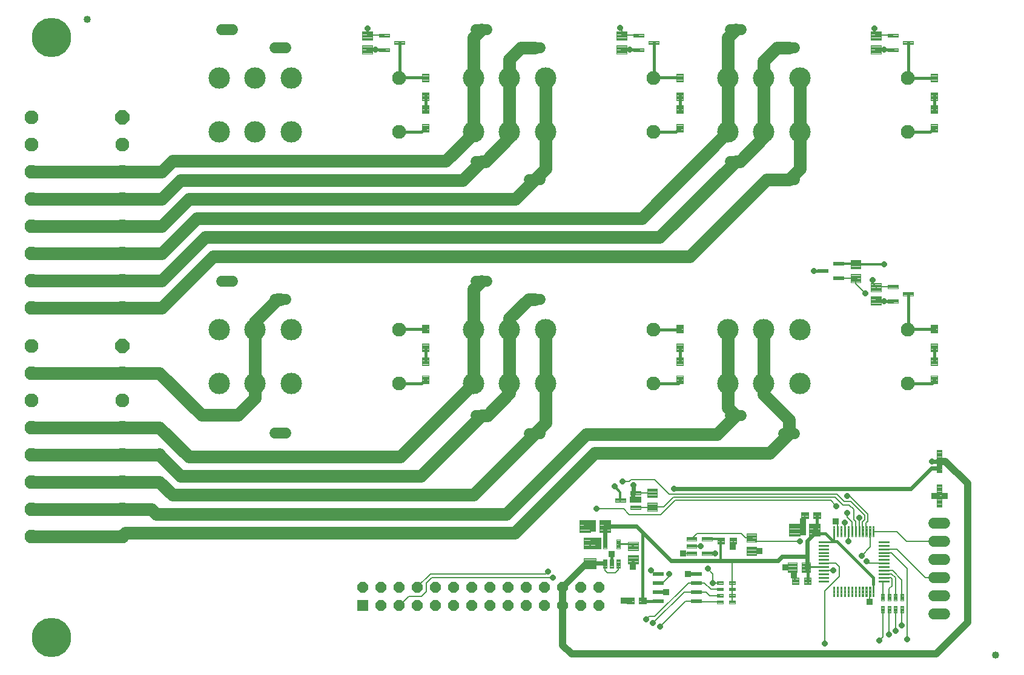
<source format=gtl>
G75*
%MOIN*%
%OFA0B0*%
%FSLAX25Y25*%
%IPPOS*%
%LPD*%
%AMOC8*
5,1,8,0,0,1.08239X$1,22.5*
%
%ADD10OC8,0.05906*%
%ADD11R,0.05906X0.05906*%
%ADD12C,0.00394*%
%ADD13C,0.00402*%
%ADD14C,0.00396*%
%ADD15C,0.00409*%
%ADD16C,0.00378*%
%ADD17C,0.00390*%
%ADD18C,0.05906*%
%ADD19C,0.04000*%
%ADD20C,0.11811*%
%ADD21C,0.07677*%
%ADD22C,0.06000*%
%ADD23OC8,0.07677*%
%ADD24C,0.21654*%
%ADD25R,0.03175X0.03175*%
%ADD26C,0.01600*%
%ADD27C,0.01000*%
%ADD28C,0.00800*%
%ADD29C,0.02400*%
%ADD30OC8,0.03175*%
%ADD31C,0.01200*%
%ADD32C,0.03200*%
%ADD33C,0.04000*%
%ADD34C,0.07000*%
D10*
X0309333Y0115232D03*
X0319333Y0115232D03*
X0329333Y0115232D03*
X0339333Y0115232D03*
X0349333Y0115232D03*
X0359333Y0115232D03*
X0369333Y0115232D03*
X0379333Y0115232D03*
X0389333Y0115232D03*
X0399333Y0115232D03*
X0409333Y0115232D03*
X0419333Y0115232D03*
X0429333Y0115232D03*
X0439333Y0115232D03*
X0439333Y0105232D03*
X0429333Y0105232D03*
X0419333Y0105232D03*
X0409333Y0105232D03*
X0399333Y0105232D03*
X0389333Y0105232D03*
X0379333Y0105232D03*
X0369333Y0105232D03*
X0359333Y0105232D03*
X0349333Y0105232D03*
X0339333Y0105232D03*
X0329333Y0105232D03*
X0319333Y0105232D03*
D11*
X0309333Y0105232D03*
D12*
X0454623Y0106249D02*
X0458559Y0106249D01*
X0454623Y0106249D02*
X0454623Y0109791D01*
X0458559Y0109791D01*
X0458559Y0106249D01*
X0458559Y0106642D02*
X0454623Y0106642D01*
X0454623Y0107035D02*
X0458559Y0107035D01*
X0458559Y0107428D02*
X0454623Y0107428D01*
X0454623Y0107821D02*
X0458559Y0107821D01*
X0458559Y0108214D02*
X0454623Y0108214D01*
X0454623Y0108607D02*
X0458559Y0108607D01*
X0458559Y0109000D02*
X0454623Y0109000D01*
X0454623Y0109393D02*
X0458559Y0109393D01*
X0458559Y0109786D02*
X0454623Y0109786D01*
X0461316Y0106249D02*
X0465252Y0106249D01*
X0461316Y0106249D02*
X0461316Y0109791D01*
X0465252Y0109791D01*
X0465252Y0106249D01*
X0465252Y0106642D02*
X0461316Y0106642D01*
X0461316Y0107035D02*
X0465252Y0107035D01*
X0465252Y0107428D02*
X0461316Y0107428D01*
X0461316Y0107821D02*
X0465252Y0107821D01*
X0465252Y0108214D02*
X0461316Y0108214D01*
X0461316Y0108607D02*
X0465252Y0108607D01*
X0465252Y0109000D02*
X0461316Y0109000D01*
X0461316Y0109393D02*
X0465252Y0109393D01*
X0465252Y0109786D02*
X0461316Y0109786D01*
X0504070Y0109961D02*
X0504070Y0111535D01*
X0507612Y0111535D01*
X0507612Y0109961D01*
X0504070Y0109961D01*
X0504070Y0110354D02*
X0507612Y0110354D01*
X0507612Y0110747D02*
X0504070Y0110747D01*
X0504070Y0111140D02*
X0507612Y0111140D01*
X0507612Y0111533D02*
X0504070Y0111533D01*
X0504070Y0113504D02*
X0504070Y0115078D01*
X0507612Y0115078D01*
X0507612Y0113504D01*
X0504070Y0113504D01*
X0504070Y0113897D02*
X0507612Y0113897D01*
X0507612Y0114290D02*
X0504070Y0114290D01*
X0504070Y0114683D02*
X0507612Y0114683D01*
X0507612Y0115076D02*
X0504070Y0115076D01*
X0504070Y0117048D02*
X0504070Y0118622D01*
X0507612Y0118622D01*
X0507612Y0117048D01*
X0504070Y0117048D01*
X0504070Y0117441D02*
X0507612Y0117441D01*
X0507612Y0117834D02*
X0504070Y0117834D01*
X0504070Y0118227D02*
X0507612Y0118227D01*
X0507612Y0118620D02*
X0504070Y0118620D01*
X0510763Y0118622D02*
X0510763Y0117048D01*
X0510763Y0118622D02*
X0514305Y0118622D01*
X0514305Y0117048D01*
X0510763Y0117048D01*
X0510763Y0117441D02*
X0514305Y0117441D01*
X0514305Y0117834D02*
X0510763Y0117834D01*
X0510763Y0118227D02*
X0514305Y0118227D01*
X0514305Y0118620D02*
X0510763Y0118620D01*
X0510763Y0115078D02*
X0510763Y0113504D01*
X0510763Y0115078D02*
X0514305Y0115078D01*
X0514305Y0113504D01*
X0510763Y0113504D01*
X0510763Y0113897D02*
X0514305Y0113897D01*
X0514305Y0114290D02*
X0510763Y0114290D01*
X0510763Y0114683D02*
X0514305Y0114683D01*
X0514305Y0115076D02*
X0510763Y0115076D01*
X0510763Y0111535D02*
X0510763Y0109961D01*
X0510763Y0111535D02*
X0514305Y0111535D01*
X0514305Y0109961D01*
X0510763Y0109961D01*
X0510763Y0110354D02*
X0514305Y0110354D01*
X0514305Y0110747D02*
X0510763Y0110747D01*
X0510763Y0111140D02*
X0514305Y0111140D01*
X0514305Y0111533D02*
X0510763Y0111533D01*
X0510763Y0107992D02*
X0510763Y0106418D01*
X0510763Y0107992D02*
X0514305Y0107992D01*
X0514305Y0106418D01*
X0510763Y0106418D01*
X0510763Y0106811D02*
X0514305Y0106811D01*
X0514305Y0107204D02*
X0510763Y0107204D01*
X0510763Y0107597D02*
X0514305Y0107597D01*
X0514305Y0107990D02*
X0510763Y0107990D01*
X0504070Y0107992D02*
X0504070Y0106418D01*
X0504070Y0107992D02*
X0507612Y0107992D01*
X0507612Y0106418D01*
X0504070Y0106418D01*
X0504070Y0106811D02*
X0507612Y0106811D01*
X0507612Y0107204D02*
X0504070Y0107204D01*
X0504070Y0107597D02*
X0507612Y0107597D01*
X0507612Y0107990D02*
X0504070Y0107990D01*
X0545373Y0120541D02*
X0549309Y0120541D01*
X0549309Y0116999D01*
X0545373Y0116999D01*
X0545373Y0120541D01*
X0545373Y0117392D02*
X0549309Y0117392D01*
X0549309Y0117785D02*
X0545373Y0117785D01*
X0545373Y0118178D02*
X0549309Y0118178D01*
X0549309Y0118571D02*
X0545373Y0118571D01*
X0545373Y0118964D02*
X0549309Y0118964D01*
X0549309Y0119357D02*
X0545373Y0119357D01*
X0545373Y0119750D02*
X0549309Y0119750D01*
X0549309Y0120143D02*
X0545373Y0120143D01*
X0545373Y0120536D02*
X0549309Y0120536D01*
X0552066Y0120541D02*
X0556002Y0120541D01*
X0556002Y0116999D01*
X0552066Y0116999D01*
X0552066Y0120541D01*
X0552066Y0117392D02*
X0556002Y0117392D01*
X0556002Y0117785D02*
X0552066Y0117785D01*
X0552066Y0118178D02*
X0556002Y0118178D01*
X0556002Y0118571D02*
X0552066Y0118571D01*
X0552066Y0118964D02*
X0556002Y0118964D01*
X0556002Y0119357D02*
X0552066Y0119357D01*
X0552066Y0119750D02*
X0556002Y0119750D01*
X0556002Y0120143D02*
X0552066Y0120143D01*
X0552066Y0120536D02*
X0556002Y0120536D01*
X0594586Y0111637D02*
X0596160Y0111637D01*
X0596160Y0108095D01*
X0594586Y0108095D01*
X0594586Y0111637D01*
X0594586Y0108488D02*
X0596160Y0108488D01*
X0596160Y0108881D02*
X0594586Y0108881D01*
X0594586Y0109274D02*
X0596160Y0109274D01*
X0596160Y0109667D02*
X0594586Y0109667D01*
X0594586Y0110060D02*
X0596160Y0110060D01*
X0596160Y0110453D02*
X0594586Y0110453D01*
X0594586Y0110846D02*
X0596160Y0110846D01*
X0596160Y0111239D02*
X0594586Y0111239D01*
X0594586Y0111632D02*
X0596160Y0111632D01*
X0598129Y0111637D02*
X0599703Y0111637D01*
X0599703Y0108095D01*
X0598129Y0108095D01*
X0598129Y0111637D01*
X0598129Y0108488D02*
X0599703Y0108488D01*
X0599703Y0108881D02*
X0598129Y0108881D01*
X0598129Y0109274D02*
X0599703Y0109274D01*
X0599703Y0109667D02*
X0598129Y0109667D01*
X0598129Y0110060D02*
X0599703Y0110060D01*
X0599703Y0110453D02*
X0598129Y0110453D01*
X0598129Y0110846D02*
X0599703Y0110846D01*
X0599703Y0111239D02*
X0598129Y0111239D01*
X0598129Y0111632D02*
X0599703Y0111632D01*
X0601672Y0111637D02*
X0603246Y0111637D01*
X0603246Y0108095D01*
X0601672Y0108095D01*
X0601672Y0111637D01*
X0601672Y0108488D02*
X0603246Y0108488D01*
X0603246Y0108881D02*
X0601672Y0108881D01*
X0601672Y0109274D02*
X0603246Y0109274D01*
X0603246Y0109667D02*
X0601672Y0109667D01*
X0601672Y0110060D02*
X0603246Y0110060D01*
X0603246Y0110453D02*
X0601672Y0110453D01*
X0601672Y0110846D02*
X0603246Y0110846D01*
X0603246Y0111239D02*
X0601672Y0111239D01*
X0601672Y0111632D02*
X0603246Y0111632D01*
X0605216Y0111637D02*
X0606790Y0111637D01*
X0606790Y0108095D01*
X0605216Y0108095D01*
X0605216Y0111637D01*
X0605216Y0108488D02*
X0606790Y0108488D01*
X0606790Y0108881D02*
X0605216Y0108881D01*
X0605216Y0109274D02*
X0606790Y0109274D01*
X0606790Y0109667D02*
X0605216Y0109667D01*
X0605216Y0110060D02*
X0606790Y0110060D01*
X0606790Y0110453D02*
X0605216Y0110453D01*
X0605216Y0110846D02*
X0606790Y0110846D01*
X0606790Y0111239D02*
X0605216Y0111239D01*
X0605216Y0111632D02*
X0606790Y0111632D01*
X0606790Y0104944D02*
X0605216Y0104944D01*
X0606790Y0104944D02*
X0606790Y0101402D01*
X0605216Y0101402D01*
X0605216Y0104944D01*
X0605216Y0101795D02*
X0606790Y0101795D01*
X0606790Y0102188D02*
X0605216Y0102188D01*
X0605216Y0102581D02*
X0606790Y0102581D01*
X0606790Y0102974D02*
X0605216Y0102974D01*
X0605216Y0103367D02*
X0606790Y0103367D01*
X0606790Y0103760D02*
X0605216Y0103760D01*
X0605216Y0104153D02*
X0606790Y0104153D01*
X0606790Y0104546D02*
X0605216Y0104546D01*
X0605216Y0104939D02*
X0606790Y0104939D01*
X0603246Y0104944D02*
X0601672Y0104944D01*
X0603246Y0104944D02*
X0603246Y0101402D01*
X0601672Y0101402D01*
X0601672Y0104944D01*
X0601672Y0101795D02*
X0603246Y0101795D01*
X0603246Y0102188D02*
X0601672Y0102188D01*
X0601672Y0102581D02*
X0603246Y0102581D01*
X0603246Y0102974D02*
X0601672Y0102974D01*
X0601672Y0103367D02*
X0603246Y0103367D01*
X0603246Y0103760D02*
X0601672Y0103760D01*
X0601672Y0104153D02*
X0603246Y0104153D01*
X0603246Y0104546D02*
X0601672Y0104546D01*
X0601672Y0104939D02*
X0603246Y0104939D01*
X0599703Y0104944D02*
X0598129Y0104944D01*
X0599703Y0104944D02*
X0599703Y0101402D01*
X0598129Y0101402D01*
X0598129Y0104944D01*
X0598129Y0101795D02*
X0599703Y0101795D01*
X0599703Y0102188D02*
X0598129Y0102188D01*
X0598129Y0102581D02*
X0599703Y0102581D01*
X0599703Y0102974D02*
X0598129Y0102974D01*
X0598129Y0103367D02*
X0599703Y0103367D01*
X0599703Y0103760D02*
X0598129Y0103760D01*
X0598129Y0104153D02*
X0599703Y0104153D01*
X0599703Y0104546D02*
X0598129Y0104546D01*
X0598129Y0104939D02*
X0599703Y0104939D01*
X0596160Y0104944D02*
X0594586Y0104944D01*
X0596160Y0104944D02*
X0596160Y0101402D01*
X0594586Y0101402D01*
X0594586Y0104944D01*
X0594586Y0101795D02*
X0596160Y0101795D01*
X0596160Y0102188D02*
X0594586Y0102188D01*
X0594586Y0102581D02*
X0596160Y0102581D01*
X0596160Y0102974D02*
X0594586Y0102974D01*
X0594586Y0103367D02*
X0596160Y0103367D01*
X0596160Y0103760D02*
X0594586Y0103760D01*
X0594586Y0104153D02*
X0596160Y0104153D01*
X0596160Y0104546D02*
X0594586Y0104546D01*
X0594586Y0104939D02*
X0596160Y0104939D01*
X0561252Y0153249D02*
X0557316Y0153249D01*
X0557316Y0156791D01*
X0561252Y0156791D01*
X0561252Y0153249D01*
X0561252Y0153642D02*
X0557316Y0153642D01*
X0557316Y0154035D02*
X0561252Y0154035D01*
X0561252Y0154428D02*
X0557316Y0154428D01*
X0557316Y0154821D02*
X0561252Y0154821D01*
X0561252Y0155214D02*
X0557316Y0155214D01*
X0557316Y0155607D02*
X0561252Y0155607D01*
X0561252Y0156000D02*
X0557316Y0156000D01*
X0557316Y0156393D02*
X0561252Y0156393D01*
X0561252Y0156786D02*
X0557316Y0156786D01*
X0554559Y0153249D02*
X0550623Y0153249D01*
X0550623Y0156791D01*
X0554559Y0156791D01*
X0554559Y0153249D01*
X0554559Y0153642D02*
X0550623Y0153642D01*
X0550623Y0154035D02*
X0554559Y0154035D01*
X0554559Y0154428D02*
X0550623Y0154428D01*
X0550623Y0154821D02*
X0554559Y0154821D01*
X0554559Y0155214D02*
X0550623Y0155214D01*
X0550623Y0155607D02*
X0554559Y0155607D01*
X0554559Y0156000D02*
X0550623Y0156000D01*
X0550623Y0156393D02*
X0554559Y0156393D01*
X0554559Y0156786D02*
X0550623Y0156786D01*
X0515002Y0139249D02*
X0511066Y0139249D01*
X0511066Y0142791D01*
X0515002Y0142791D01*
X0515002Y0139249D01*
X0515002Y0139642D02*
X0511066Y0139642D01*
X0511066Y0140035D02*
X0515002Y0140035D01*
X0515002Y0140428D02*
X0511066Y0140428D01*
X0511066Y0140821D02*
X0515002Y0140821D01*
X0515002Y0141214D02*
X0511066Y0141214D01*
X0511066Y0141607D02*
X0515002Y0141607D01*
X0515002Y0142000D02*
X0511066Y0142000D01*
X0511066Y0142393D02*
X0515002Y0142393D01*
X0515002Y0142786D02*
X0511066Y0142786D01*
X0508309Y0139249D02*
X0504373Y0139249D01*
X0504373Y0142791D01*
X0508309Y0142791D01*
X0508309Y0139249D01*
X0508309Y0139642D02*
X0504373Y0139642D01*
X0504373Y0140035D02*
X0508309Y0140035D01*
X0508309Y0140428D02*
X0504373Y0140428D01*
X0504373Y0140821D02*
X0508309Y0140821D01*
X0508309Y0141214D02*
X0504373Y0141214D01*
X0504373Y0141607D02*
X0508309Y0141607D01*
X0508309Y0142000D02*
X0504373Y0142000D01*
X0504373Y0142393D02*
X0508309Y0142393D01*
X0508309Y0142786D02*
X0504373Y0142786D01*
X0485459Y0227487D02*
X0485459Y0231817D01*
X0485459Y0227487D02*
X0481917Y0227487D01*
X0481917Y0231817D01*
X0485459Y0231817D01*
X0485459Y0227880D02*
X0481917Y0227880D01*
X0481917Y0228273D02*
X0485459Y0228273D01*
X0485459Y0228666D02*
X0481917Y0228666D01*
X0481917Y0229059D02*
X0485459Y0229059D01*
X0485459Y0229452D02*
X0481917Y0229452D01*
X0481917Y0229845D02*
X0485459Y0229845D01*
X0485459Y0230238D02*
X0481917Y0230238D01*
X0481917Y0230631D02*
X0485459Y0230631D01*
X0485459Y0231024D02*
X0481917Y0231024D01*
X0481917Y0231417D02*
X0485459Y0231417D01*
X0485459Y0231810D02*
X0481917Y0231810D01*
X0485459Y0237723D02*
X0485459Y0242053D01*
X0485459Y0237723D02*
X0481917Y0237723D01*
X0481917Y0242053D01*
X0485459Y0242053D01*
X0485459Y0238116D02*
X0481917Y0238116D01*
X0481917Y0238509D02*
X0485459Y0238509D01*
X0485459Y0238902D02*
X0481917Y0238902D01*
X0481917Y0239295D02*
X0485459Y0239295D01*
X0485459Y0239688D02*
X0481917Y0239688D01*
X0481917Y0240081D02*
X0485459Y0240081D01*
X0485459Y0240474D02*
X0481917Y0240474D01*
X0481917Y0240867D02*
X0485459Y0240867D01*
X0485459Y0241260D02*
X0481917Y0241260D01*
X0481917Y0241653D02*
X0485459Y0241653D01*
X0485459Y0242046D02*
X0481917Y0242046D01*
X0481917Y0245237D02*
X0481917Y0249567D01*
X0485459Y0249567D01*
X0485459Y0245237D01*
X0481917Y0245237D01*
X0481917Y0245630D02*
X0485459Y0245630D01*
X0485459Y0246023D02*
X0481917Y0246023D01*
X0481917Y0246416D02*
X0485459Y0246416D01*
X0485459Y0246809D02*
X0481917Y0246809D01*
X0481917Y0247202D02*
X0485459Y0247202D01*
X0485459Y0247595D02*
X0481917Y0247595D01*
X0481917Y0247988D02*
X0485459Y0247988D01*
X0485459Y0248381D02*
X0481917Y0248381D01*
X0481917Y0248774D02*
X0485459Y0248774D01*
X0485459Y0249167D02*
X0481917Y0249167D01*
X0481917Y0249560D02*
X0485459Y0249560D01*
X0481917Y0255473D02*
X0481917Y0259803D01*
X0485459Y0259803D01*
X0485459Y0255473D01*
X0481917Y0255473D01*
X0481917Y0255866D02*
X0485459Y0255866D01*
X0485459Y0256259D02*
X0481917Y0256259D01*
X0481917Y0256652D02*
X0485459Y0256652D01*
X0485459Y0257045D02*
X0481917Y0257045D01*
X0481917Y0257438D02*
X0485459Y0257438D01*
X0485459Y0257831D02*
X0481917Y0257831D01*
X0481917Y0258224D02*
X0485459Y0258224D01*
X0485459Y0258617D02*
X0481917Y0258617D01*
X0481917Y0259010D02*
X0485459Y0259010D01*
X0485459Y0259403D02*
X0481917Y0259403D01*
X0481917Y0259796D02*
X0485459Y0259796D01*
X0621917Y0259803D02*
X0621917Y0255473D01*
X0621917Y0259803D02*
X0625459Y0259803D01*
X0625459Y0255473D01*
X0621917Y0255473D01*
X0621917Y0255866D02*
X0625459Y0255866D01*
X0625459Y0256259D02*
X0621917Y0256259D01*
X0621917Y0256652D02*
X0625459Y0256652D01*
X0625459Y0257045D02*
X0621917Y0257045D01*
X0621917Y0257438D02*
X0625459Y0257438D01*
X0625459Y0257831D02*
X0621917Y0257831D01*
X0621917Y0258224D02*
X0625459Y0258224D01*
X0625459Y0258617D02*
X0621917Y0258617D01*
X0621917Y0259010D02*
X0625459Y0259010D01*
X0625459Y0259403D02*
X0621917Y0259403D01*
X0621917Y0259796D02*
X0625459Y0259796D01*
X0621917Y0249567D02*
X0621917Y0245237D01*
X0621917Y0249567D02*
X0625459Y0249567D01*
X0625459Y0245237D01*
X0621917Y0245237D01*
X0621917Y0245630D02*
X0625459Y0245630D01*
X0625459Y0246023D02*
X0621917Y0246023D01*
X0621917Y0246416D02*
X0625459Y0246416D01*
X0625459Y0246809D02*
X0621917Y0246809D01*
X0621917Y0247202D02*
X0625459Y0247202D01*
X0625459Y0247595D02*
X0621917Y0247595D01*
X0621917Y0247988D02*
X0625459Y0247988D01*
X0625459Y0248381D02*
X0621917Y0248381D01*
X0621917Y0248774D02*
X0625459Y0248774D01*
X0625459Y0249167D02*
X0621917Y0249167D01*
X0621917Y0249560D02*
X0625459Y0249560D01*
X0625459Y0242053D02*
X0625459Y0237723D01*
X0621917Y0237723D01*
X0621917Y0242053D01*
X0625459Y0242053D01*
X0625459Y0238116D02*
X0621917Y0238116D01*
X0621917Y0238509D02*
X0625459Y0238509D01*
X0625459Y0238902D02*
X0621917Y0238902D01*
X0621917Y0239295D02*
X0625459Y0239295D01*
X0625459Y0239688D02*
X0621917Y0239688D01*
X0621917Y0240081D02*
X0625459Y0240081D01*
X0625459Y0240474D02*
X0621917Y0240474D01*
X0621917Y0240867D02*
X0625459Y0240867D01*
X0625459Y0241260D02*
X0621917Y0241260D01*
X0621917Y0241653D02*
X0625459Y0241653D01*
X0625459Y0242046D02*
X0621917Y0242046D01*
X0625459Y0231817D02*
X0625459Y0227487D01*
X0621917Y0227487D01*
X0621917Y0231817D01*
X0625459Y0231817D01*
X0625459Y0227880D02*
X0621917Y0227880D01*
X0621917Y0228273D02*
X0625459Y0228273D01*
X0625459Y0228666D02*
X0621917Y0228666D01*
X0621917Y0229059D02*
X0625459Y0229059D01*
X0625459Y0229452D02*
X0621917Y0229452D01*
X0621917Y0229845D02*
X0625459Y0229845D01*
X0625459Y0230238D02*
X0621917Y0230238D01*
X0621917Y0230631D02*
X0625459Y0230631D01*
X0625459Y0231024D02*
X0621917Y0231024D01*
X0621917Y0231417D02*
X0625459Y0231417D01*
X0625459Y0231810D02*
X0621917Y0231810D01*
X0625459Y0366237D02*
X0625459Y0370567D01*
X0625459Y0366237D02*
X0621917Y0366237D01*
X0621917Y0370567D01*
X0625459Y0370567D01*
X0625459Y0366630D02*
X0621917Y0366630D01*
X0621917Y0367023D02*
X0625459Y0367023D01*
X0625459Y0367416D02*
X0621917Y0367416D01*
X0621917Y0367809D02*
X0625459Y0367809D01*
X0625459Y0368202D02*
X0621917Y0368202D01*
X0621917Y0368595D02*
X0625459Y0368595D01*
X0625459Y0368988D02*
X0621917Y0368988D01*
X0621917Y0369381D02*
X0625459Y0369381D01*
X0625459Y0369774D02*
X0621917Y0369774D01*
X0621917Y0370167D02*
X0625459Y0370167D01*
X0625459Y0370560D02*
X0621917Y0370560D01*
X0625459Y0376473D02*
X0625459Y0380803D01*
X0625459Y0376473D02*
X0621917Y0376473D01*
X0621917Y0380803D01*
X0625459Y0380803D01*
X0625459Y0376866D02*
X0621917Y0376866D01*
X0621917Y0377259D02*
X0625459Y0377259D01*
X0625459Y0377652D02*
X0621917Y0377652D01*
X0621917Y0378045D02*
X0625459Y0378045D01*
X0625459Y0378438D02*
X0621917Y0378438D01*
X0621917Y0378831D02*
X0625459Y0378831D01*
X0625459Y0379224D02*
X0621917Y0379224D01*
X0621917Y0379617D02*
X0625459Y0379617D01*
X0625459Y0380010D02*
X0621917Y0380010D01*
X0621917Y0380403D02*
X0625459Y0380403D01*
X0625459Y0380796D02*
X0621917Y0380796D01*
X0621917Y0383737D02*
X0621917Y0388067D01*
X0625459Y0388067D01*
X0625459Y0383737D01*
X0621917Y0383737D01*
X0621917Y0384130D02*
X0625459Y0384130D01*
X0625459Y0384523D02*
X0621917Y0384523D01*
X0621917Y0384916D02*
X0625459Y0384916D01*
X0625459Y0385309D02*
X0621917Y0385309D01*
X0621917Y0385702D02*
X0625459Y0385702D01*
X0625459Y0386095D02*
X0621917Y0386095D01*
X0621917Y0386488D02*
X0625459Y0386488D01*
X0625459Y0386881D02*
X0621917Y0386881D01*
X0621917Y0387274D02*
X0625459Y0387274D01*
X0625459Y0387667D02*
X0621917Y0387667D01*
X0621917Y0388060D02*
X0625459Y0388060D01*
X0621917Y0393973D02*
X0621917Y0398303D01*
X0625459Y0398303D01*
X0625459Y0393973D01*
X0621917Y0393973D01*
X0621917Y0394366D02*
X0625459Y0394366D01*
X0625459Y0394759D02*
X0621917Y0394759D01*
X0621917Y0395152D02*
X0625459Y0395152D01*
X0625459Y0395545D02*
X0621917Y0395545D01*
X0621917Y0395938D02*
X0625459Y0395938D01*
X0625459Y0396331D02*
X0621917Y0396331D01*
X0621917Y0396724D02*
X0625459Y0396724D01*
X0625459Y0397117D02*
X0621917Y0397117D01*
X0621917Y0397510D02*
X0625459Y0397510D01*
X0625459Y0397903D02*
X0621917Y0397903D01*
X0621917Y0398296D02*
X0625459Y0398296D01*
X0481917Y0398303D02*
X0481917Y0393973D01*
X0481917Y0398303D02*
X0485459Y0398303D01*
X0485459Y0393973D01*
X0481917Y0393973D01*
X0481917Y0394366D02*
X0485459Y0394366D01*
X0485459Y0394759D02*
X0481917Y0394759D01*
X0481917Y0395152D02*
X0485459Y0395152D01*
X0485459Y0395545D02*
X0481917Y0395545D01*
X0481917Y0395938D02*
X0485459Y0395938D01*
X0485459Y0396331D02*
X0481917Y0396331D01*
X0481917Y0396724D02*
X0485459Y0396724D01*
X0485459Y0397117D02*
X0481917Y0397117D01*
X0481917Y0397510D02*
X0485459Y0397510D01*
X0485459Y0397903D02*
X0481917Y0397903D01*
X0481917Y0398296D02*
X0485459Y0398296D01*
X0481917Y0388067D02*
X0481917Y0383737D01*
X0481917Y0388067D02*
X0485459Y0388067D01*
X0485459Y0383737D01*
X0481917Y0383737D01*
X0481917Y0384130D02*
X0485459Y0384130D01*
X0485459Y0384523D02*
X0481917Y0384523D01*
X0481917Y0384916D02*
X0485459Y0384916D01*
X0485459Y0385309D02*
X0481917Y0385309D01*
X0481917Y0385702D02*
X0485459Y0385702D01*
X0485459Y0386095D02*
X0481917Y0386095D01*
X0481917Y0386488D02*
X0485459Y0386488D01*
X0485459Y0386881D02*
X0481917Y0386881D01*
X0481917Y0387274D02*
X0485459Y0387274D01*
X0485459Y0387667D02*
X0481917Y0387667D01*
X0481917Y0388060D02*
X0485459Y0388060D01*
X0485459Y0380803D02*
X0485459Y0376473D01*
X0481917Y0376473D01*
X0481917Y0380803D01*
X0485459Y0380803D01*
X0485459Y0376866D02*
X0481917Y0376866D01*
X0481917Y0377259D02*
X0485459Y0377259D01*
X0485459Y0377652D02*
X0481917Y0377652D01*
X0481917Y0378045D02*
X0485459Y0378045D01*
X0485459Y0378438D02*
X0481917Y0378438D01*
X0481917Y0378831D02*
X0485459Y0378831D01*
X0485459Y0379224D02*
X0481917Y0379224D01*
X0481917Y0379617D02*
X0485459Y0379617D01*
X0485459Y0380010D02*
X0481917Y0380010D01*
X0481917Y0380403D02*
X0485459Y0380403D01*
X0485459Y0380796D02*
X0481917Y0380796D01*
X0485459Y0370567D02*
X0485459Y0366237D01*
X0481917Y0366237D01*
X0481917Y0370567D01*
X0485459Y0370567D01*
X0485459Y0366630D02*
X0481917Y0366630D01*
X0481917Y0367023D02*
X0485459Y0367023D01*
X0485459Y0367416D02*
X0481917Y0367416D01*
X0481917Y0367809D02*
X0485459Y0367809D01*
X0485459Y0368202D02*
X0481917Y0368202D01*
X0481917Y0368595D02*
X0485459Y0368595D01*
X0485459Y0368988D02*
X0481917Y0368988D01*
X0481917Y0369381D02*
X0485459Y0369381D01*
X0485459Y0369774D02*
X0481917Y0369774D01*
X0481917Y0370167D02*
X0485459Y0370167D01*
X0485459Y0370560D02*
X0481917Y0370560D01*
X0345459Y0370567D02*
X0345459Y0366237D01*
X0341917Y0366237D01*
X0341917Y0370567D01*
X0345459Y0370567D01*
X0345459Y0366630D02*
X0341917Y0366630D01*
X0341917Y0367023D02*
X0345459Y0367023D01*
X0345459Y0367416D02*
X0341917Y0367416D01*
X0341917Y0367809D02*
X0345459Y0367809D01*
X0345459Y0368202D02*
X0341917Y0368202D01*
X0341917Y0368595D02*
X0345459Y0368595D01*
X0345459Y0368988D02*
X0341917Y0368988D01*
X0341917Y0369381D02*
X0345459Y0369381D01*
X0345459Y0369774D02*
X0341917Y0369774D01*
X0341917Y0370167D02*
X0345459Y0370167D01*
X0345459Y0370560D02*
X0341917Y0370560D01*
X0345459Y0376473D02*
X0345459Y0380803D01*
X0345459Y0376473D02*
X0341917Y0376473D01*
X0341917Y0380803D01*
X0345459Y0380803D01*
X0345459Y0376866D02*
X0341917Y0376866D01*
X0341917Y0377259D02*
X0345459Y0377259D01*
X0345459Y0377652D02*
X0341917Y0377652D01*
X0341917Y0378045D02*
X0345459Y0378045D01*
X0345459Y0378438D02*
X0341917Y0378438D01*
X0341917Y0378831D02*
X0345459Y0378831D01*
X0345459Y0379224D02*
X0341917Y0379224D01*
X0341917Y0379617D02*
X0345459Y0379617D01*
X0345459Y0380010D02*
X0341917Y0380010D01*
X0341917Y0380403D02*
X0345459Y0380403D01*
X0345459Y0380796D02*
X0341917Y0380796D01*
X0341917Y0383737D02*
X0341917Y0388067D01*
X0345459Y0388067D01*
X0345459Y0383737D01*
X0341917Y0383737D01*
X0341917Y0384130D02*
X0345459Y0384130D01*
X0345459Y0384523D02*
X0341917Y0384523D01*
X0341917Y0384916D02*
X0345459Y0384916D01*
X0345459Y0385309D02*
X0341917Y0385309D01*
X0341917Y0385702D02*
X0345459Y0385702D01*
X0345459Y0386095D02*
X0341917Y0386095D01*
X0341917Y0386488D02*
X0345459Y0386488D01*
X0345459Y0386881D02*
X0341917Y0386881D01*
X0341917Y0387274D02*
X0345459Y0387274D01*
X0345459Y0387667D02*
X0341917Y0387667D01*
X0341917Y0388060D02*
X0345459Y0388060D01*
X0341917Y0393973D02*
X0341917Y0398303D01*
X0345459Y0398303D01*
X0345459Y0393973D01*
X0341917Y0393973D01*
X0341917Y0394366D02*
X0345459Y0394366D01*
X0345459Y0394759D02*
X0341917Y0394759D01*
X0341917Y0395152D02*
X0345459Y0395152D01*
X0345459Y0395545D02*
X0341917Y0395545D01*
X0341917Y0395938D02*
X0345459Y0395938D01*
X0345459Y0396331D02*
X0341917Y0396331D01*
X0341917Y0396724D02*
X0345459Y0396724D01*
X0345459Y0397117D02*
X0341917Y0397117D01*
X0341917Y0397510D02*
X0345459Y0397510D01*
X0345459Y0397903D02*
X0341917Y0397903D01*
X0341917Y0398296D02*
X0345459Y0398296D01*
X0341917Y0259803D02*
X0341917Y0255473D01*
X0341917Y0259803D02*
X0345459Y0259803D01*
X0345459Y0255473D01*
X0341917Y0255473D01*
X0341917Y0255866D02*
X0345459Y0255866D01*
X0345459Y0256259D02*
X0341917Y0256259D01*
X0341917Y0256652D02*
X0345459Y0256652D01*
X0345459Y0257045D02*
X0341917Y0257045D01*
X0341917Y0257438D02*
X0345459Y0257438D01*
X0345459Y0257831D02*
X0341917Y0257831D01*
X0341917Y0258224D02*
X0345459Y0258224D01*
X0345459Y0258617D02*
X0341917Y0258617D01*
X0341917Y0259010D02*
X0345459Y0259010D01*
X0345459Y0259403D02*
X0341917Y0259403D01*
X0341917Y0259796D02*
X0345459Y0259796D01*
X0341917Y0249567D02*
X0341917Y0245237D01*
X0341917Y0249567D02*
X0345459Y0249567D01*
X0345459Y0245237D01*
X0341917Y0245237D01*
X0341917Y0245630D02*
X0345459Y0245630D01*
X0345459Y0246023D02*
X0341917Y0246023D01*
X0341917Y0246416D02*
X0345459Y0246416D01*
X0345459Y0246809D02*
X0341917Y0246809D01*
X0341917Y0247202D02*
X0345459Y0247202D01*
X0345459Y0247595D02*
X0341917Y0247595D01*
X0341917Y0247988D02*
X0345459Y0247988D01*
X0345459Y0248381D02*
X0341917Y0248381D01*
X0341917Y0248774D02*
X0345459Y0248774D01*
X0345459Y0249167D02*
X0341917Y0249167D01*
X0341917Y0249560D02*
X0345459Y0249560D01*
X0345459Y0242053D02*
X0345459Y0237723D01*
X0341917Y0237723D01*
X0341917Y0242053D01*
X0345459Y0242053D01*
X0345459Y0238116D02*
X0341917Y0238116D01*
X0341917Y0238509D02*
X0345459Y0238509D01*
X0345459Y0238902D02*
X0341917Y0238902D01*
X0341917Y0239295D02*
X0345459Y0239295D01*
X0345459Y0239688D02*
X0341917Y0239688D01*
X0341917Y0240081D02*
X0345459Y0240081D01*
X0345459Y0240474D02*
X0341917Y0240474D01*
X0341917Y0240867D02*
X0345459Y0240867D01*
X0345459Y0241260D02*
X0341917Y0241260D01*
X0341917Y0241653D02*
X0345459Y0241653D01*
X0345459Y0242046D02*
X0341917Y0242046D01*
X0345459Y0231817D02*
X0345459Y0227487D01*
X0341917Y0227487D01*
X0341917Y0231817D01*
X0345459Y0231817D01*
X0345459Y0227880D02*
X0341917Y0227880D01*
X0341917Y0228273D02*
X0345459Y0228273D01*
X0345459Y0228666D02*
X0341917Y0228666D01*
X0341917Y0229059D02*
X0345459Y0229059D01*
X0345459Y0229452D02*
X0341917Y0229452D01*
X0341917Y0229845D02*
X0345459Y0229845D01*
X0345459Y0230238D02*
X0341917Y0230238D01*
X0341917Y0230631D02*
X0345459Y0230631D01*
X0345459Y0231024D02*
X0341917Y0231024D01*
X0341917Y0231417D02*
X0345459Y0231417D01*
X0345459Y0231810D02*
X0341917Y0231810D01*
D13*
X0468708Y0123769D02*
X0474408Y0123769D01*
X0474408Y0121809D01*
X0468708Y0121809D01*
X0468708Y0123769D01*
X0468708Y0122210D02*
X0474408Y0122210D01*
X0474408Y0122611D02*
X0468708Y0122611D01*
X0468708Y0123012D02*
X0474408Y0123012D01*
X0474408Y0123413D02*
X0468708Y0123413D01*
X0468708Y0118769D02*
X0474408Y0118769D01*
X0474408Y0116809D01*
X0468708Y0116809D01*
X0468708Y0118769D01*
X0468708Y0117210D02*
X0474408Y0117210D01*
X0474408Y0117611D02*
X0468708Y0117611D01*
X0468708Y0118012D02*
X0474408Y0118012D01*
X0474408Y0118413D02*
X0468708Y0118413D01*
X0468708Y0113769D02*
X0474408Y0113769D01*
X0474408Y0111809D01*
X0468708Y0111809D01*
X0468708Y0113769D01*
X0468708Y0112210D02*
X0474408Y0112210D01*
X0474408Y0112611D02*
X0468708Y0112611D01*
X0468708Y0113012D02*
X0474408Y0113012D01*
X0474408Y0113413D02*
X0468708Y0113413D01*
X0468708Y0108769D02*
X0474408Y0108769D01*
X0474408Y0106809D01*
X0468708Y0106809D01*
X0468708Y0108769D01*
X0468708Y0107210D02*
X0474408Y0107210D01*
X0474408Y0107611D02*
X0468708Y0107611D01*
X0468708Y0108012D02*
X0474408Y0108012D01*
X0474408Y0108413D02*
X0468708Y0108413D01*
X0489968Y0108769D02*
X0495668Y0108769D01*
X0495668Y0106809D01*
X0489968Y0106809D01*
X0489968Y0108769D01*
X0489968Y0107210D02*
X0495668Y0107210D01*
X0495668Y0107611D02*
X0489968Y0107611D01*
X0489968Y0108012D02*
X0495668Y0108012D01*
X0495668Y0108413D02*
X0489968Y0108413D01*
X0489968Y0113769D02*
X0495668Y0113769D01*
X0495668Y0111809D01*
X0489968Y0111809D01*
X0489968Y0113769D01*
X0489968Y0112210D02*
X0495668Y0112210D01*
X0495668Y0112611D02*
X0489968Y0112611D01*
X0489968Y0113012D02*
X0495668Y0113012D01*
X0495668Y0113413D02*
X0489968Y0113413D01*
X0489968Y0118769D02*
X0495668Y0118769D01*
X0495668Y0116809D01*
X0489968Y0116809D01*
X0489968Y0118769D01*
X0489968Y0117210D02*
X0495668Y0117210D01*
X0495668Y0117611D02*
X0489968Y0117611D01*
X0489968Y0118012D02*
X0495668Y0118012D01*
X0495668Y0118413D02*
X0489968Y0118413D01*
X0489968Y0123769D02*
X0495668Y0123769D01*
X0495668Y0121809D01*
X0489968Y0121809D01*
X0489968Y0123769D01*
X0489968Y0122210D02*
X0495668Y0122210D01*
X0495668Y0122611D02*
X0489968Y0122611D01*
X0489968Y0123012D02*
X0495668Y0123012D01*
X0495668Y0123413D02*
X0489968Y0123413D01*
D14*
X0487386Y0133118D02*
X0492990Y0133118D01*
X0487386Y0133118D02*
X0487386Y0134922D01*
X0492990Y0134922D01*
X0492990Y0133118D01*
X0492990Y0133513D02*
X0487386Y0133513D01*
X0487386Y0133908D02*
X0492990Y0133908D01*
X0492990Y0134303D02*
X0487386Y0134303D01*
X0487386Y0134698D02*
X0492990Y0134698D01*
X0492990Y0137118D02*
X0487386Y0137118D01*
X0487386Y0138922D01*
X0492990Y0138922D01*
X0492990Y0137118D01*
X0492990Y0137513D02*
X0487386Y0137513D01*
X0487386Y0137908D02*
X0492990Y0137908D01*
X0492990Y0138303D02*
X0487386Y0138303D01*
X0487386Y0138698D02*
X0492990Y0138698D01*
X0492990Y0141118D02*
X0487386Y0141118D01*
X0487386Y0142922D01*
X0492990Y0142922D01*
X0492990Y0141118D01*
X0492990Y0141513D02*
X0487386Y0141513D01*
X0487386Y0141908D02*
X0492990Y0141908D01*
X0492990Y0142303D02*
X0487386Y0142303D01*
X0487386Y0142698D02*
X0492990Y0142698D01*
X0495886Y0141118D02*
X0501490Y0141118D01*
X0495886Y0141118D02*
X0495886Y0142922D01*
X0501490Y0142922D01*
X0501490Y0141118D01*
X0501490Y0141513D02*
X0495886Y0141513D01*
X0495886Y0141908D02*
X0501490Y0141908D01*
X0501490Y0142303D02*
X0495886Y0142303D01*
X0495886Y0142698D02*
X0501490Y0142698D01*
X0501490Y0133118D02*
X0495886Y0133118D01*
X0495886Y0134922D01*
X0501490Y0134922D01*
X0501490Y0133118D01*
X0501490Y0133513D02*
X0495886Y0133513D01*
X0495886Y0133908D02*
X0501490Y0133908D01*
X0501490Y0134303D02*
X0495886Y0134303D01*
X0495886Y0134698D02*
X0501490Y0134698D01*
X0462240Y0160172D02*
X0456636Y0160172D01*
X0462240Y0160172D02*
X0462240Y0158368D01*
X0456636Y0158368D01*
X0456636Y0160172D01*
X0456636Y0158763D02*
X0462240Y0158763D01*
X0462240Y0159158D02*
X0456636Y0159158D01*
X0456636Y0159553D02*
X0462240Y0159553D01*
X0462240Y0159948D02*
X0456636Y0159948D01*
X0453740Y0164172D02*
X0448136Y0164172D01*
X0453740Y0164172D02*
X0453740Y0162368D01*
X0448136Y0162368D01*
X0448136Y0164172D01*
X0448136Y0162763D02*
X0453740Y0162763D01*
X0453740Y0163158D02*
X0448136Y0163158D01*
X0448136Y0163553D02*
X0453740Y0163553D01*
X0453740Y0163948D02*
X0448136Y0163948D01*
X0456636Y0168172D02*
X0462240Y0168172D01*
X0462240Y0166368D01*
X0456636Y0166368D01*
X0456636Y0168172D01*
X0456636Y0166763D02*
X0462240Y0166763D01*
X0462240Y0167158D02*
X0456636Y0167158D01*
X0456636Y0167553D02*
X0462240Y0167553D01*
X0462240Y0167948D02*
X0456636Y0167948D01*
X0450790Y0141572D02*
X0450790Y0136768D01*
X0448986Y0136768D01*
X0448986Y0141572D01*
X0450790Y0141572D01*
X0450790Y0137163D02*
X0448986Y0137163D01*
X0448986Y0137558D02*
X0450790Y0137558D01*
X0450790Y0137953D02*
X0448986Y0137953D01*
X0448986Y0138348D02*
X0450790Y0138348D01*
X0450790Y0138743D02*
X0448986Y0138743D01*
X0448986Y0139138D02*
X0450790Y0139138D01*
X0450790Y0139533D02*
X0448986Y0139533D01*
X0448986Y0139928D02*
X0450790Y0139928D01*
X0450790Y0140323D02*
X0448986Y0140323D01*
X0448986Y0140718D02*
X0450790Y0140718D01*
X0450790Y0141113D02*
X0448986Y0141113D01*
X0448986Y0141508D02*
X0450790Y0141508D01*
X0443390Y0141572D02*
X0443390Y0136768D01*
X0441586Y0136768D01*
X0441586Y0141572D01*
X0443390Y0141572D01*
X0443390Y0137163D02*
X0441586Y0137163D01*
X0441586Y0137558D02*
X0443390Y0137558D01*
X0443390Y0137953D02*
X0441586Y0137953D01*
X0441586Y0138348D02*
X0443390Y0138348D01*
X0443390Y0138743D02*
X0441586Y0138743D01*
X0441586Y0139138D02*
X0443390Y0139138D01*
X0443390Y0139533D02*
X0441586Y0139533D01*
X0441586Y0139928D02*
X0443390Y0139928D01*
X0443390Y0140323D02*
X0441586Y0140323D01*
X0441586Y0140718D02*
X0443390Y0140718D01*
X0443390Y0141113D02*
X0441586Y0141113D01*
X0441586Y0141508D02*
X0443390Y0141508D01*
X0443390Y0130772D02*
X0443390Y0125968D01*
X0441586Y0125968D01*
X0441586Y0130772D01*
X0443390Y0130772D01*
X0443390Y0126363D02*
X0441586Y0126363D01*
X0441586Y0126758D02*
X0443390Y0126758D01*
X0443390Y0127153D02*
X0441586Y0127153D01*
X0441586Y0127548D02*
X0443390Y0127548D01*
X0443390Y0127943D02*
X0441586Y0127943D01*
X0441586Y0128338D02*
X0443390Y0128338D01*
X0443390Y0128733D02*
X0441586Y0128733D01*
X0441586Y0129128D02*
X0443390Y0129128D01*
X0443390Y0129523D02*
X0441586Y0129523D01*
X0441586Y0129918D02*
X0443390Y0129918D01*
X0443390Y0130313D02*
X0441586Y0130313D01*
X0441586Y0130708D02*
X0443390Y0130708D01*
X0447090Y0130772D02*
X0447090Y0125968D01*
X0445286Y0125968D01*
X0445286Y0130772D01*
X0447090Y0130772D01*
X0447090Y0126363D02*
X0445286Y0126363D01*
X0445286Y0126758D02*
X0447090Y0126758D01*
X0447090Y0127153D02*
X0445286Y0127153D01*
X0445286Y0127548D02*
X0447090Y0127548D01*
X0447090Y0127943D02*
X0445286Y0127943D01*
X0445286Y0128338D02*
X0447090Y0128338D01*
X0447090Y0128733D02*
X0445286Y0128733D01*
X0445286Y0129128D02*
X0447090Y0129128D01*
X0447090Y0129523D02*
X0445286Y0129523D01*
X0445286Y0129918D02*
X0447090Y0129918D01*
X0447090Y0130313D02*
X0445286Y0130313D01*
X0445286Y0130708D02*
X0447090Y0130708D01*
X0450790Y0130772D02*
X0450790Y0125968D01*
X0448986Y0125968D01*
X0448986Y0130772D01*
X0450790Y0130772D01*
X0450790Y0126363D02*
X0448986Y0126363D01*
X0448986Y0126758D02*
X0450790Y0126758D01*
X0450790Y0127153D02*
X0448986Y0127153D01*
X0448986Y0127548D02*
X0450790Y0127548D01*
X0450790Y0127943D02*
X0448986Y0127943D01*
X0448986Y0128338D02*
X0450790Y0128338D01*
X0450790Y0128733D02*
X0448986Y0128733D01*
X0448986Y0129128D02*
X0450790Y0129128D01*
X0450790Y0129523D02*
X0448986Y0129523D01*
X0448986Y0129918D02*
X0450790Y0129918D01*
X0450790Y0130313D02*
X0448986Y0130313D01*
X0448986Y0130708D02*
X0450790Y0130708D01*
X0560136Y0130872D02*
X0560136Y0130168D01*
X0560136Y0130872D02*
X0565540Y0130872D01*
X0565540Y0130168D01*
X0560136Y0130168D01*
X0560136Y0130563D02*
X0565540Y0130563D01*
X0560136Y0132168D02*
X0560136Y0132872D01*
X0565540Y0132872D01*
X0565540Y0132168D01*
X0560136Y0132168D01*
X0560136Y0132563D02*
X0565540Y0132563D01*
X0560136Y0134068D02*
X0560136Y0134772D01*
X0565540Y0134772D01*
X0565540Y0134068D01*
X0560136Y0134068D01*
X0560136Y0134463D02*
X0565540Y0134463D01*
X0560136Y0136068D02*
X0560136Y0136772D01*
X0565540Y0136772D01*
X0565540Y0136068D01*
X0560136Y0136068D01*
X0560136Y0136463D02*
X0565540Y0136463D01*
X0560136Y0138068D02*
X0560136Y0138772D01*
X0565540Y0138772D01*
X0565540Y0138068D01*
X0560136Y0138068D01*
X0560136Y0138463D02*
X0565540Y0138463D01*
X0560136Y0139968D02*
X0560136Y0140672D01*
X0565540Y0140672D01*
X0565540Y0139968D01*
X0560136Y0139968D01*
X0560136Y0140363D02*
X0565540Y0140363D01*
X0568286Y0148822D02*
X0568990Y0148822D01*
X0568990Y0143418D01*
X0568286Y0143418D01*
X0568286Y0148822D01*
X0568286Y0143813D02*
X0568990Y0143813D01*
X0568990Y0144208D02*
X0568286Y0144208D01*
X0568286Y0144603D02*
X0568990Y0144603D01*
X0568990Y0144998D02*
X0568286Y0144998D01*
X0568286Y0145393D02*
X0568990Y0145393D01*
X0568990Y0145788D02*
X0568286Y0145788D01*
X0568286Y0146183D02*
X0568990Y0146183D01*
X0568990Y0146578D02*
X0568286Y0146578D01*
X0568286Y0146973D02*
X0568990Y0146973D01*
X0568990Y0147368D02*
X0568286Y0147368D01*
X0568286Y0147763D02*
X0568990Y0147763D01*
X0568990Y0148158D02*
X0568286Y0148158D01*
X0568286Y0148553D02*
X0568990Y0148553D01*
X0570186Y0148822D02*
X0570890Y0148822D01*
X0570890Y0143418D01*
X0570186Y0143418D01*
X0570186Y0148822D01*
X0570186Y0143813D02*
X0570890Y0143813D01*
X0570890Y0144208D02*
X0570186Y0144208D01*
X0570186Y0144603D02*
X0570890Y0144603D01*
X0570890Y0144998D02*
X0570186Y0144998D01*
X0570186Y0145393D02*
X0570890Y0145393D01*
X0570890Y0145788D02*
X0570186Y0145788D01*
X0570186Y0146183D02*
X0570890Y0146183D01*
X0570890Y0146578D02*
X0570186Y0146578D01*
X0570186Y0146973D02*
X0570890Y0146973D01*
X0570890Y0147368D02*
X0570186Y0147368D01*
X0570186Y0147763D02*
X0570890Y0147763D01*
X0570890Y0148158D02*
X0570186Y0148158D01*
X0570186Y0148553D02*
X0570890Y0148553D01*
X0572186Y0148822D02*
X0572890Y0148822D01*
X0572890Y0143418D01*
X0572186Y0143418D01*
X0572186Y0148822D01*
X0572186Y0143813D02*
X0572890Y0143813D01*
X0572890Y0144208D02*
X0572186Y0144208D01*
X0572186Y0144603D02*
X0572890Y0144603D01*
X0572890Y0144998D02*
X0572186Y0144998D01*
X0572186Y0145393D02*
X0572890Y0145393D01*
X0572890Y0145788D02*
X0572186Y0145788D01*
X0572186Y0146183D02*
X0572890Y0146183D01*
X0572890Y0146578D02*
X0572186Y0146578D01*
X0572186Y0146973D02*
X0572890Y0146973D01*
X0572890Y0147368D02*
X0572186Y0147368D01*
X0572186Y0147763D02*
X0572890Y0147763D01*
X0572890Y0148158D02*
X0572186Y0148158D01*
X0572186Y0148553D02*
X0572890Y0148553D01*
X0574186Y0148822D02*
X0574890Y0148822D01*
X0574890Y0143418D01*
X0574186Y0143418D01*
X0574186Y0148822D01*
X0574186Y0143813D02*
X0574890Y0143813D01*
X0574890Y0144208D02*
X0574186Y0144208D01*
X0574186Y0144603D02*
X0574890Y0144603D01*
X0574890Y0144998D02*
X0574186Y0144998D01*
X0574186Y0145393D02*
X0574890Y0145393D01*
X0574890Y0145788D02*
X0574186Y0145788D01*
X0574186Y0146183D02*
X0574890Y0146183D01*
X0574890Y0146578D02*
X0574186Y0146578D01*
X0574186Y0146973D02*
X0574890Y0146973D01*
X0574890Y0147368D02*
X0574186Y0147368D01*
X0574186Y0147763D02*
X0574890Y0147763D01*
X0574890Y0148158D02*
X0574186Y0148158D01*
X0574186Y0148553D02*
X0574890Y0148553D01*
X0576086Y0148822D02*
X0576790Y0148822D01*
X0576790Y0143418D01*
X0576086Y0143418D01*
X0576086Y0148822D01*
X0576086Y0143813D02*
X0576790Y0143813D01*
X0576790Y0144208D02*
X0576086Y0144208D01*
X0576086Y0144603D02*
X0576790Y0144603D01*
X0576790Y0144998D02*
X0576086Y0144998D01*
X0576086Y0145393D02*
X0576790Y0145393D01*
X0576790Y0145788D02*
X0576086Y0145788D01*
X0576086Y0146183D02*
X0576790Y0146183D01*
X0576790Y0146578D02*
X0576086Y0146578D01*
X0576086Y0146973D02*
X0576790Y0146973D01*
X0576790Y0147368D02*
X0576086Y0147368D01*
X0576086Y0147763D02*
X0576790Y0147763D01*
X0576790Y0148158D02*
X0576086Y0148158D01*
X0576086Y0148553D02*
X0576790Y0148553D01*
X0578086Y0148822D02*
X0578790Y0148822D01*
X0578790Y0143418D01*
X0578086Y0143418D01*
X0578086Y0148822D01*
X0578086Y0143813D02*
X0578790Y0143813D01*
X0578790Y0144208D02*
X0578086Y0144208D01*
X0578086Y0144603D02*
X0578790Y0144603D01*
X0578790Y0144998D02*
X0578086Y0144998D01*
X0578086Y0145393D02*
X0578790Y0145393D01*
X0578790Y0145788D02*
X0578086Y0145788D01*
X0578086Y0146183D02*
X0578790Y0146183D01*
X0578790Y0146578D02*
X0578086Y0146578D01*
X0578086Y0146973D02*
X0578790Y0146973D01*
X0578790Y0147368D02*
X0578086Y0147368D01*
X0578086Y0147763D02*
X0578790Y0147763D01*
X0578790Y0148158D02*
X0578086Y0148158D01*
X0578086Y0148553D02*
X0578790Y0148553D01*
X0580086Y0148822D02*
X0580790Y0148822D01*
X0580790Y0143418D01*
X0580086Y0143418D01*
X0580086Y0148822D01*
X0580086Y0143813D02*
X0580790Y0143813D01*
X0580790Y0144208D02*
X0580086Y0144208D01*
X0580086Y0144603D02*
X0580790Y0144603D01*
X0580790Y0144998D02*
X0580086Y0144998D01*
X0580086Y0145393D02*
X0580790Y0145393D01*
X0580790Y0145788D02*
X0580086Y0145788D01*
X0580086Y0146183D02*
X0580790Y0146183D01*
X0580790Y0146578D02*
X0580086Y0146578D01*
X0580086Y0146973D02*
X0580790Y0146973D01*
X0580790Y0147368D02*
X0580086Y0147368D01*
X0580086Y0147763D02*
X0580790Y0147763D01*
X0580790Y0148158D02*
X0580086Y0148158D01*
X0580086Y0148553D02*
X0580790Y0148553D01*
X0582086Y0148822D02*
X0582790Y0148822D01*
X0582790Y0143418D01*
X0582086Y0143418D01*
X0582086Y0148822D01*
X0582086Y0143813D02*
X0582790Y0143813D01*
X0582790Y0144208D02*
X0582086Y0144208D01*
X0582086Y0144603D02*
X0582790Y0144603D01*
X0582790Y0144998D02*
X0582086Y0144998D01*
X0582086Y0145393D02*
X0582790Y0145393D01*
X0582790Y0145788D02*
X0582086Y0145788D01*
X0582086Y0146183D02*
X0582790Y0146183D01*
X0582790Y0146578D02*
X0582086Y0146578D01*
X0582086Y0146973D02*
X0582790Y0146973D01*
X0582790Y0147368D02*
X0582086Y0147368D01*
X0582086Y0147763D02*
X0582790Y0147763D01*
X0582790Y0148158D02*
X0582086Y0148158D01*
X0582086Y0148553D02*
X0582790Y0148553D01*
X0583986Y0148822D02*
X0584690Y0148822D01*
X0584690Y0143418D01*
X0583986Y0143418D01*
X0583986Y0148822D01*
X0583986Y0143813D02*
X0584690Y0143813D01*
X0584690Y0144208D02*
X0583986Y0144208D01*
X0583986Y0144603D02*
X0584690Y0144603D01*
X0584690Y0144998D02*
X0583986Y0144998D01*
X0583986Y0145393D02*
X0584690Y0145393D01*
X0584690Y0145788D02*
X0583986Y0145788D01*
X0583986Y0146183D02*
X0584690Y0146183D01*
X0584690Y0146578D02*
X0583986Y0146578D01*
X0583986Y0146973D02*
X0584690Y0146973D01*
X0584690Y0147368D02*
X0583986Y0147368D01*
X0583986Y0147763D02*
X0584690Y0147763D01*
X0584690Y0148158D02*
X0583986Y0148158D01*
X0583986Y0148553D02*
X0584690Y0148553D01*
X0585986Y0148822D02*
X0586690Y0148822D01*
X0586690Y0143418D01*
X0585986Y0143418D01*
X0585986Y0148822D01*
X0585986Y0143813D02*
X0586690Y0143813D01*
X0586690Y0144208D02*
X0585986Y0144208D01*
X0585986Y0144603D02*
X0586690Y0144603D01*
X0586690Y0144998D02*
X0585986Y0144998D01*
X0585986Y0145393D02*
X0586690Y0145393D01*
X0586690Y0145788D02*
X0585986Y0145788D01*
X0585986Y0146183D02*
X0586690Y0146183D01*
X0586690Y0146578D02*
X0585986Y0146578D01*
X0585986Y0146973D02*
X0586690Y0146973D01*
X0586690Y0147368D02*
X0585986Y0147368D01*
X0585986Y0147763D02*
X0586690Y0147763D01*
X0586690Y0148158D02*
X0585986Y0148158D01*
X0585986Y0148553D02*
X0586690Y0148553D01*
X0587986Y0148822D02*
X0588690Y0148822D01*
X0588690Y0143418D01*
X0587986Y0143418D01*
X0587986Y0148822D01*
X0587986Y0143813D02*
X0588690Y0143813D01*
X0588690Y0144208D02*
X0587986Y0144208D01*
X0587986Y0144603D02*
X0588690Y0144603D01*
X0588690Y0144998D02*
X0587986Y0144998D01*
X0587986Y0145393D02*
X0588690Y0145393D01*
X0588690Y0145788D02*
X0587986Y0145788D01*
X0587986Y0146183D02*
X0588690Y0146183D01*
X0588690Y0146578D02*
X0587986Y0146578D01*
X0587986Y0146973D02*
X0588690Y0146973D01*
X0588690Y0147368D02*
X0587986Y0147368D01*
X0587986Y0147763D02*
X0588690Y0147763D01*
X0588690Y0148158D02*
X0587986Y0148158D01*
X0587986Y0148553D02*
X0588690Y0148553D01*
X0589886Y0148822D02*
X0590590Y0148822D01*
X0590590Y0143418D01*
X0589886Y0143418D01*
X0589886Y0148822D01*
X0589886Y0143813D02*
X0590590Y0143813D01*
X0590590Y0144208D02*
X0589886Y0144208D01*
X0589886Y0144603D02*
X0590590Y0144603D01*
X0590590Y0144998D02*
X0589886Y0144998D01*
X0589886Y0145393D02*
X0590590Y0145393D01*
X0590590Y0145788D02*
X0589886Y0145788D01*
X0589886Y0146183D02*
X0590590Y0146183D01*
X0590590Y0146578D02*
X0589886Y0146578D01*
X0589886Y0146973D02*
X0590590Y0146973D01*
X0590590Y0147368D02*
X0589886Y0147368D01*
X0589886Y0147763D02*
X0590590Y0147763D01*
X0590590Y0148158D02*
X0589886Y0148158D01*
X0589886Y0148553D02*
X0590590Y0148553D01*
X0593336Y0140672D02*
X0593336Y0139968D01*
X0593336Y0140672D02*
X0598740Y0140672D01*
X0598740Y0139968D01*
X0593336Y0139968D01*
X0593336Y0140363D02*
X0598740Y0140363D01*
X0593336Y0138772D02*
X0593336Y0138068D01*
X0593336Y0138772D02*
X0598740Y0138772D01*
X0598740Y0138068D01*
X0593336Y0138068D01*
X0593336Y0138463D02*
X0598740Y0138463D01*
X0593336Y0136772D02*
X0593336Y0136068D01*
X0593336Y0136772D02*
X0598740Y0136772D01*
X0598740Y0136068D01*
X0593336Y0136068D01*
X0593336Y0136463D02*
X0598740Y0136463D01*
X0593336Y0134772D02*
X0593336Y0134068D01*
X0593336Y0134772D02*
X0598740Y0134772D01*
X0598740Y0134068D01*
X0593336Y0134068D01*
X0593336Y0134463D02*
X0598740Y0134463D01*
X0593336Y0132872D02*
X0593336Y0132168D01*
X0593336Y0132872D02*
X0598740Y0132872D01*
X0598740Y0132168D01*
X0593336Y0132168D01*
X0593336Y0132563D02*
X0598740Y0132563D01*
X0593336Y0130872D02*
X0593336Y0130168D01*
X0593336Y0130872D02*
X0598740Y0130872D01*
X0598740Y0130168D01*
X0593336Y0130168D01*
X0593336Y0130563D02*
X0598740Y0130563D01*
X0593336Y0128872D02*
X0593336Y0128168D01*
X0593336Y0128872D02*
X0598740Y0128872D01*
X0598740Y0128168D01*
X0593336Y0128168D01*
X0593336Y0128563D02*
X0598740Y0128563D01*
X0593336Y0126872D02*
X0593336Y0126168D01*
X0593336Y0126872D02*
X0598740Y0126872D01*
X0598740Y0126168D01*
X0593336Y0126168D01*
X0593336Y0126563D02*
X0598740Y0126563D01*
X0593336Y0124972D02*
X0593336Y0124268D01*
X0593336Y0124972D02*
X0598740Y0124972D01*
X0598740Y0124268D01*
X0593336Y0124268D01*
X0593336Y0124663D02*
X0598740Y0124663D01*
X0593336Y0122972D02*
X0593336Y0122268D01*
X0593336Y0122972D02*
X0598740Y0122972D01*
X0598740Y0122268D01*
X0593336Y0122268D01*
X0593336Y0122663D02*
X0598740Y0122663D01*
X0593336Y0120972D02*
X0593336Y0120268D01*
X0593336Y0120972D02*
X0598740Y0120972D01*
X0598740Y0120268D01*
X0593336Y0120268D01*
X0593336Y0120663D02*
X0598740Y0120663D01*
X0593336Y0119072D02*
X0593336Y0118368D01*
X0593336Y0119072D02*
X0598740Y0119072D01*
X0598740Y0118368D01*
X0593336Y0118368D01*
X0593336Y0118763D02*
X0598740Y0118763D01*
X0590590Y0115622D02*
X0589886Y0115622D01*
X0590590Y0115622D02*
X0590590Y0110218D01*
X0589886Y0110218D01*
X0589886Y0115622D01*
X0589886Y0110613D02*
X0590590Y0110613D01*
X0590590Y0111008D02*
X0589886Y0111008D01*
X0589886Y0111403D02*
X0590590Y0111403D01*
X0590590Y0111798D02*
X0589886Y0111798D01*
X0589886Y0112193D02*
X0590590Y0112193D01*
X0590590Y0112588D02*
X0589886Y0112588D01*
X0589886Y0112983D02*
X0590590Y0112983D01*
X0590590Y0113378D02*
X0589886Y0113378D01*
X0589886Y0113773D02*
X0590590Y0113773D01*
X0590590Y0114168D02*
X0589886Y0114168D01*
X0589886Y0114563D02*
X0590590Y0114563D01*
X0590590Y0114958D02*
X0589886Y0114958D01*
X0589886Y0115353D02*
X0590590Y0115353D01*
X0588690Y0115622D02*
X0587986Y0115622D01*
X0588690Y0115622D02*
X0588690Y0110218D01*
X0587986Y0110218D01*
X0587986Y0115622D01*
X0587986Y0110613D02*
X0588690Y0110613D01*
X0588690Y0111008D02*
X0587986Y0111008D01*
X0587986Y0111403D02*
X0588690Y0111403D01*
X0588690Y0111798D02*
X0587986Y0111798D01*
X0587986Y0112193D02*
X0588690Y0112193D01*
X0588690Y0112588D02*
X0587986Y0112588D01*
X0587986Y0112983D02*
X0588690Y0112983D01*
X0588690Y0113378D02*
X0587986Y0113378D01*
X0587986Y0113773D02*
X0588690Y0113773D01*
X0588690Y0114168D02*
X0587986Y0114168D01*
X0587986Y0114563D02*
X0588690Y0114563D01*
X0588690Y0114958D02*
X0587986Y0114958D01*
X0587986Y0115353D02*
X0588690Y0115353D01*
X0586690Y0115622D02*
X0585986Y0115622D01*
X0586690Y0115622D02*
X0586690Y0110218D01*
X0585986Y0110218D01*
X0585986Y0115622D01*
X0585986Y0110613D02*
X0586690Y0110613D01*
X0586690Y0111008D02*
X0585986Y0111008D01*
X0585986Y0111403D02*
X0586690Y0111403D01*
X0586690Y0111798D02*
X0585986Y0111798D01*
X0585986Y0112193D02*
X0586690Y0112193D01*
X0586690Y0112588D02*
X0585986Y0112588D01*
X0585986Y0112983D02*
X0586690Y0112983D01*
X0586690Y0113378D02*
X0585986Y0113378D01*
X0585986Y0113773D02*
X0586690Y0113773D01*
X0586690Y0114168D02*
X0585986Y0114168D01*
X0585986Y0114563D02*
X0586690Y0114563D01*
X0586690Y0114958D02*
X0585986Y0114958D01*
X0585986Y0115353D02*
X0586690Y0115353D01*
X0584690Y0115622D02*
X0583986Y0115622D01*
X0584690Y0115622D02*
X0584690Y0110218D01*
X0583986Y0110218D01*
X0583986Y0115622D01*
X0583986Y0110613D02*
X0584690Y0110613D01*
X0584690Y0111008D02*
X0583986Y0111008D01*
X0583986Y0111403D02*
X0584690Y0111403D01*
X0584690Y0111798D02*
X0583986Y0111798D01*
X0583986Y0112193D02*
X0584690Y0112193D01*
X0584690Y0112588D02*
X0583986Y0112588D01*
X0583986Y0112983D02*
X0584690Y0112983D01*
X0584690Y0113378D02*
X0583986Y0113378D01*
X0583986Y0113773D02*
X0584690Y0113773D01*
X0584690Y0114168D02*
X0583986Y0114168D01*
X0583986Y0114563D02*
X0584690Y0114563D01*
X0584690Y0114958D02*
X0583986Y0114958D01*
X0583986Y0115353D02*
X0584690Y0115353D01*
X0582790Y0115622D02*
X0582086Y0115622D01*
X0582790Y0115622D02*
X0582790Y0110218D01*
X0582086Y0110218D01*
X0582086Y0115622D01*
X0582086Y0110613D02*
X0582790Y0110613D01*
X0582790Y0111008D02*
X0582086Y0111008D01*
X0582086Y0111403D02*
X0582790Y0111403D01*
X0582790Y0111798D02*
X0582086Y0111798D01*
X0582086Y0112193D02*
X0582790Y0112193D01*
X0582790Y0112588D02*
X0582086Y0112588D01*
X0582086Y0112983D02*
X0582790Y0112983D01*
X0582790Y0113378D02*
X0582086Y0113378D01*
X0582086Y0113773D02*
X0582790Y0113773D01*
X0582790Y0114168D02*
X0582086Y0114168D01*
X0582086Y0114563D02*
X0582790Y0114563D01*
X0582790Y0114958D02*
X0582086Y0114958D01*
X0582086Y0115353D02*
X0582790Y0115353D01*
X0580790Y0115622D02*
X0580086Y0115622D01*
X0580790Y0115622D02*
X0580790Y0110218D01*
X0580086Y0110218D01*
X0580086Y0115622D01*
X0580086Y0110613D02*
X0580790Y0110613D01*
X0580790Y0111008D02*
X0580086Y0111008D01*
X0580086Y0111403D02*
X0580790Y0111403D01*
X0580790Y0111798D02*
X0580086Y0111798D01*
X0580086Y0112193D02*
X0580790Y0112193D01*
X0580790Y0112588D02*
X0580086Y0112588D01*
X0580086Y0112983D02*
X0580790Y0112983D01*
X0580790Y0113378D02*
X0580086Y0113378D01*
X0580086Y0113773D02*
X0580790Y0113773D01*
X0580790Y0114168D02*
X0580086Y0114168D01*
X0580086Y0114563D02*
X0580790Y0114563D01*
X0580790Y0114958D02*
X0580086Y0114958D01*
X0580086Y0115353D02*
X0580790Y0115353D01*
X0578790Y0115622D02*
X0578086Y0115622D01*
X0578790Y0115622D02*
X0578790Y0110218D01*
X0578086Y0110218D01*
X0578086Y0115622D01*
X0578086Y0110613D02*
X0578790Y0110613D01*
X0578790Y0111008D02*
X0578086Y0111008D01*
X0578086Y0111403D02*
X0578790Y0111403D01*
X0578790Y0111798D02*
X0578086Y0111798D01*
X0578086Y0112193D02*
X0578790Y0112193D01*
X0578790Y0112588D02*
X0578086Y0112588D01*
X0578086Y0112983D02*
X0578790Y0112983D01*
X0578790Y0113378D02*
X0578086Y0113378D01*
X0578086Y0113773D02*
X0578790Y0113773D01*
X0578790Y0114168D02*
X0578086Y0114168D01*
X0578086Y0114563D02*
X0578790Y0114563D01*
X0578790Y0114958D02*
X0578086Y0114958D01*
X0578086Y0115353D02*
X0578790Y0115353D01*
X0576790Y0115622D02*
X0576086Y0115622D01*
X0576790Y0115622D02*
X0576790Y0110218D01*
X0576086Y0110218D01*
X0576086Y0115622D01*
X0576086Y0110613D02*
X0576790Y0110613D01*
X0576790Y0111008D02*
X0576086Y0111008D01*
X0576086Y0111403D02*
X0576790Y0111403D01*
X0576790Y0111798D02*
X0576086Y0111798D01*
X0576086Y0112193D02*
X0576790Y0112193D01*
X0576790Y0112588D02*
X0576086Y0112588D01*
X0576086Y0112983D02*
X0576790Y0112983D01*
X0576790Y0113378D02*
X0576086Y0113378D01*
X0576086Y0113773D02*
X0576790Y0113773D01*
X0576790Y0114168D02*
X0576086Y0114168D01*
X0576086Y0114563D02*
X0576790Y0114563D01*
X0576790Y0114958D02*
X0576086Y0114958D01*
X0576086Y0115353D02*
X0576790Y0115353D01*
X0574890Y0115622D02*
X0574186Y0115622D01*
X0574890Y0115622D02*
X0574890Y0110218D01*
X0574186Y0110218D01*
X0574186Y0115622D01*
X0574186Y0110613D02*
X0574890Y0110613D01*
X0574890Y0111008D02*
X0574186Y0111008D01*
X0574186Y0111403D02*
X0574890Y0111403D01*
X0574890Y0111798D02*
X0574186Y0111798D01*
X0574186Y0112193D02*
X0574890Y0112193D01*
X0574890Y0112588D02*
X0574186Y0112588D01*
X0574186Y0112983D02*
X0574890Y0112983D01*
X0574890Y0113378D02*
X0574186Y0113378D01*
X0574186Y0113773D02*
X0574890Y0113773D01*
X0574890Y0114168D02*
X0574186Y0114168D01*
X0574186Y0114563D02*
X0574890Y0114563D01*
X0574890Y0114958D02*
X0574186Y0114958D01*
X0574186Y0115353D02*
X0574890Y0115353D01*
X0572890Y0115622D02*
X0572186Y0115622D01*
X0572890Y0115622D02*
X0572890Y0110218D01*
X0572186Y0110218D01*
X0572186Y0115622D01*
X0572186Y0110613D02*
X0572890Y0110613D01*
X0572890Y0111008D02*
X0572186Y0111008D01*
X0572186Y0111403D02*
X0572890Y0111403D01*
X0572890Y0111798D02*
X0572186Y0111798D01*
X0572186Y0112193D02*
X0572890Y0112193D01*
X0572890Y0112588D02*
X0572186Y0112588D01*
X0572186Y0112983D02*
X0572890Y0112983D01*
X0572890Y0113378D02*
X0572186Y0113378D01*
X0572186Y0113773D02*
X0572890Y0113773D01*
X0572890Y0114168D02*
X0572186Y0114168D01*
X0572186Y0114563D02*
X0572890Y0114563D01*
X0572890Y0114958D02*
X0572186Y0114958D01*
X0572186Y0115353D02*
X0572890Y0115353D01*
X0570890Y0115622D02*
X0570186Y0115622D01*
X0570890Y0115622D02*
X0570890Y0110218D01*
X0570186Y0110218D01*
X0570186Y0115622D01*
X0570186Y0110613D02*
X0570890Y0110613D01*
X0570890Y0111008D02*
X0570186Y0111008D01*
X0570186Y0111403D02*
X0570890Y0111403D01*
X0570890Y0111798D02*
X0570186Y0111798D01*
X0570186Y0112193D02*
X0570890Y0112193D01*
X0570890Y0112588D02*
X0570186Y0112588D01*
X0570186Y0112983D02*
X0570890Y0112983D01*
X0570890Y0113378D02*
X0570186Y0113378D01*
X0570186Y0113773D02*
X0570890Y0113773D01*
X0570890Y0114168D02*
X0570186Y0114168D01*
X0570186Y0114563D02*
X0570890Y0114563D01*
X0570890Y0114958D02*
X0570186Y0114958D01*
X0570186Y0115353D02*
X0570890Y0115353D01*
X0568990Y0115622D02*
X0568286Y0115622D01*
X0568990Y0115622D02*
X0568990Y0110218D01*
X0568286Y0110218D01*
X0568286Y0115622D01*
X0568286Y0110613D02*
X0568990Y0110613D01*
X0568990Y0111008D02*
X0568286Y0111008D01*
X0568286Y0111403D02*
X0568990Y0111403D01*
X0568990Y0111798D02*
X0568286Y0111798D01*
X0568286Y0112193D02*
X0568990Y0112193D01*
X0568990Y0112588D02*
X0568286Y0112588D01*
X0568286Y0112983D02*
X0568990Y0112983D01*
X0568990Y0113378D02*
X0568286Y0113378D01*
X0568286Y0113773D02*
X0568990Y0113773D01*
X0568990Y0114168D02*
X0568286Y0114168D01*
X0568286Y0114563D02*
X0568990Y0114563D01*
X0568990Y0114958D02*
X0568286Y0114958D01*
X0568286Y0115353D02*
X0568990Y0115353D01*
X0560136Y0118368D02*
X0560136Y0119072D01*
X0565540Y0119072D01*
X0565540Y0118368D01*
X0560136Y0118368D01*
X0560136Y0118763D02*
X0565540Y0118763D01*
X0560136Y0120268D02*
X0560136Y0120972D01*
X0565540Y0120972D01*
X0565540Y0120268D01*
X0560136Y0120268D01*
X0560136Y0120663D02*
X0565540Y0120663D01*
X0560136Y0122268D02*
X0560136Y0122972D01*
X0565540Y0122972D01*
X0565540Y0122268D01*
X0560136Y0122268D01*
X0560136Y0122663D02*
X0565540Y0122663D01*
X0560136Y0124268D02*
X0560136Y0124972D01*
X0565540Y0124972D01*
X0565540Y0124268D01*
X0560136Y0124268D01*
X0560136Y0124663D02*
X0565540Y0124663D01*
X0560136Y0126168D02*
X0560136Y0126872D01*
X0565540Y0126872D01*
X0565540Y0126168D01*
X0560136Y0126168D01*
X0560136Y0126563D02*
X0565540Y0126563D01*
X0560136Y0128168D02*
X0560136Y0128872D01*
X0565540Y0128872D01*
X0565540Y0128168D01*
X0560136Y0128168D01*
X0560136Y0128563D02*
X0565540Y0128563D01*
X0598136Y0272118D02*
X0603740Y0272118D01*
X0598136Y0272118D02*
X0598136Y0273922D01*
X0603740Y0273922D01*
X0603740Y0272118D01*
X0603740Y0272513D02*
X0598136Y0272513D01*
X0598136Y0272908D02*
X0603740Y0272908D01*
X0603740Y0273303D02*
X0598136Y0273303D01*
X0598136Y0273698D02*
X0603740Y0273698D01*
X0606636Y0276118D02*
X0612240Y0276118D01*
X0606636Y0276118D02*
X0606636Y0277922D01*
X0612240Y0277922D01*
X0612240Y0276118D01*
X0612240Y0276513D02*
X0606636Y0276513D01*
X0606636Y0276908D02*
X0612240Y0276908D01*
X0612240Y0277303D02*
X0606636Y0277303D01*
X0606636Y0277698D02*
X0612240Y0277698D01*
X0603740Y0280118D02*
X0598136Y0280118D01*
X0598136Y0281922D01*
X0603740Y0281922D01*
X0603740Y0280118D01*
X0603740Y0280513D02*
X0598136Y0280513D01*
X0598136Y0280908D02*
X0603740Y0280908D01*
X0603740Y0281303D02*
X0598136Y0281303D01*
X0598136Y0281698D02*
X0603740Y0281698D01*
X0573740Y0286672D02*
X0568136Y0286672D01*
X0573740Y0286672D02*
X0573740Y0284868D01*
X0568136Y0284868D01*
X0568136Y0286672D01*
X0568136Y0285263D02*
X0573740Y0285263D01*
X0573740Y0285658D02*
X0568136Y0285658D01*
X0568136Y0286053D02*
X0573740Y0286053D01*
X0573740Y0286448D02*
X0568136Y0286448D01*
X0565240Y0290672D02*
X0559636Y0290672D01*
X0565240Y0290672D02*
X0565240Y0288868D01*
X0559636Y0288868D01*
X0559636Y0290672D01*
X0559636Y0289263D02*
X0565240Y0289263D01*
X0565240Y0289658D02*
X0559636Y0289658D01*
X0559636Y0290053D02*
X0565240Y0290053D01*
X0565240Y0290448D02*
X0559636Y0290448D01*
X0568136Y0294672D02*
X0573740Y0294672D01*
X0573740Y0292868D01*
X0568136Y0292868D01*
X0568136Y0294672D01*
X0568136Y0293263D02*
X0573740Y0293263D01*
X0573740Y0293658D02*
X0568136Y0293658D01*
X0568136Y0294053D02*
X0573740Y0294053D01*
X0573740Y0294448D02*
X0568136Y0294448D01*
X0598136Y0410618D02*
X0603740Y0410618D01*
X0598136Y0410618D02*
X0598136Y0412422D01*
X0603740Y0412422D01*
X0603740Y0410618D01*
X0603740Y0411013D02*
X0598136Y0411013D01*
X0598136Y0411408D02*
X0603740Y0411408D01*
X0603740Y0411803D02*
X0598136Y0411803D01*
X0598136Y0412198D02*
X0603740Y0412198D01*
X0606636Y0414618D02*
X0612240Y0414618D01*
X0606636Y0414618D02*
X0606636Y0416422D01*
X0612240Y0416422D01*
X0612240Y0414618D01*
X0612240Y0415013D02*
X0606636Y0415013D01*
X0606636Y0415408D02*
X0612240Y0415408D01*
X0612240Y0415803D02*
X0606636Y0415803D01*
X0606636Y0416198D02*
X0612240Y0416198D01*
X0603740Y0418618D02*
X0598136Y0418618D01*
X0598136Y0420422D01*
X0603740Y0420422D01*
X0603740Y0418618D01*
X0603740Y0419013D02*
X0598136Y0419013D01*
X0598136Y0419408D02*
X0603740Y0419408D01*
X0603740Y0419803D02*
X0598136Y0419803D01*
X0598136Y0420198D02*
X0603740Y0420198D01*
X0472240Y0414618D02*
X0466636Y0414618D01*
X0466636Y0416422D01*
X0472240Y0416422D01*
X0472240Y0414618D01*
X0472240Y0415013D02*
X0466636Y0415013D01*
X0466636Y0415408D02*
X0472240Y0415408D01*
X0472240Y0415803D02*
X0466636Y0415803D01*
X0466636Y0416198D02*
X0472240Y0416198D01*
X0463740Y0418618D02*
X0458136Y0418618D01*
X0458136Y0420422D01*
X0463740Y0420422D01*
X0463740Y0418618D01*
X0463740Y0419013D02*
X0458136Y0419013D01*
X0458136Y0419408D02*
X0463740Y0419408D01*
X0463740Y0419803D02*
X0458136Y0419803D01*
X0458136Y0420198D02*
X0463740Y0420198D01*
X0463740Y0410618D02*
X0458136Y0410618D01*
X0458136Y0412422D01*
X0463740Y0412422D01*
X0463740Y0410618D01*
X0463740Y0411013D02*
X0458136Y0411013D01*
X0458136Y0411408D02*
X0463740Y0411408D01*
X0463740Y0411803D02*
X0458136Y0411803D01*
X0458136Y0412198D02*
X0463740Y0412198D01*
X0332240Y0414618D02*
X0326636Y0414618D01*
X0326636Y0416422D01*
X0332240Y0416422D01*
X0332240Y0414618D01*
X0332240Y0415013D02*
X0326636Y0415013D01*
X0326636Y0415408D02*
X0332240Y0415408D01*
X0332240Y0415803D02*
X0326636Y0415803D01*
X0326636Y0416198D02*
X0332240Y0416198D01*
X0323740Y0418618D02*
X0318136Y0418618D01*
X0318136Y0420422D01*
X0323740Y0420422D01*
X0323740Y0418618D01*
X0323740Y0419013D02*
X0318136Y0419013D01*
X0318136Y0419408D02*
X0323740Y0419408D01*
X0323740Y0419803D02*
X0318136Y0419803D01*
X0318136Y0420198D02*
X0323740Y0420198D01*
X0323740Y0410618D02*
X0318136Y0410618D01*
X0318136Y0412422D01*
X0323740Y0412422D01*
X0323740Y0410618D01*
X0323740Y0411013D02*
X0318136Y0411013D01*
X0318136Y0411408D02*
X0323740Y0411408D01*
X0323740Y0411803D02*
X0318136Y0411803D01*
X0318136Y0412198D02*
X0323740Y0412198D01*
D15*
X0308939Y0414135D02*
X0308939Y0409425D01*
X0308939Y0414135D02*
X0314437Y0414135D01*
X0314437Y0409425D01*
X0308939Y0409425D01*
X0308939Y0409833D02*
X0314437Y0409833D01*
X0314437Y0410241D02*
X0308939Y0410241D01*
X0308939Y0410649D02*
X0314437Y0410649D01*
X0314437Y0411057D02*
X0308939Y0411057D01*
X0308939Y0411465D02*
X0314437Y0411465D01*
X0314437Y0411873D02*
X0308939Y0411873D01*
X0308939Y0412281D02*
X0314437Y0412281D01*
X0314437Y0412689D02*
X0308939Y0412689D01*
X0308939Y0413097D02*
X0314437Y0413097D01*
X0314437Y0413505D02*
X0308939Y0413505D01*
X0308939Y0413913D02*
X0314437Y0413913D01*
X0308939Y0416905D02*
X0308939Y0421615D01*
X0314437Y0421615D01*
X0314437Y0416905D01*
X0308939Y0416905D01*
X0308939Y0417313D02*
X0314437Y0417313D01*
X0314437Y0417721D02*
X0308939Y0417721D01*
X0308939Y0418129D02*
X0314437Y0418129D01*
X0314437Y0418537D02*
X0308939Y0418537D01*
X0308939Y0418945D02*
X0314437Y0418945D01*
X0314437Y0419353D02*
X0308939Y0419353D01*
X0308939Y0419761D02*
X0314437Y0419761D01*
X0314437Y0420169D02*
X0308939Y0420169D01*
X0308939Y0420577D02*
X0314437Y0420577D01*
X0314437Y0420985D02*
X0308939Y0420985D01*
X0308939Y0421393D02*
X0314437Y0421393D01*
X0448939Y0421615D02*
X0448939Y0416905D01*
X0448939Y0421615D02*
X0454437Y0421615D01*
X0454437Y0416905D01*
X0448939Y0416905D01*
X0448939Y0417313D02*
X0454437Y0417313D01*
X0454437Y0417721D02*
X0448939Y0417721D01*
X0448939Y0418129D02*
X0454437Y0418129D01*
X0454437Y0418537D02*
X0448939Y0418537D01*
X0448939Y0418945D02*
X0454437Y0418945D01*
X0454437Y0419353D02*
X0448939Y0419353D01*
X0448939Y0419761D02*
X0454437Y0419761D01*
X0454437Y0420169D02*
X0448939Y0420169D01*
X0448939Y0420577D02*
X0454437Y0420577D01*
X0454437Y0420985D02*
X0448939Y0420985D01*
X0448939Y0421393D02*
X0454437Y0421393D01*
X0448939Y0414135D02*
X0448939Y0409425D01*
X0448939Y0414135D02*
X0454437Y0414135D01*
X0454437Y0409425D01*
X0448939Y0409425D01*
X0448939Y0409833D02*
X0454437Y0409833D01*
X0454437Y0410241D02*
X0448939Y0410241D01*
X0448939Y0410649D02*
X0454437Y0410649D01*
X0454437Y0411057D02*
X0448939Y0411057D01*
X0448939Y0411465D02*
X0454437Y0411465D01*
X0454437Y0411873D02*
X0448939Y0411873D01*
X0448939Y0412281D02*
X0454437Y0412281D01*
X0454437Y0412689D02*
X0448939Y0412689D01*
X0448939Y0413097D02*
X0454437Y0413097D01*
X0454437Y0413505D02*
X0448939Y0413505D01*
X0448939Y0413913D02*
X0454437Y0413913D01*
X0588939Y0414135D02*
X0588939Y0409425D01*
X0588939Y0414135D02*
X0594437Y0414135D01*
X0594437Y0409425D01*
X0588939Y0409425D01*
X0588939Y0409833D02*
X0594437Y0409833D01*
X0594437Y0410241D02*
X0588939Y0410241D01*
X0588939Y0410649D02*
X0594437Y0410649D01*
X0594437Y0411057D02*
X0588939Y0411057D01*
X0588939Y0411465D02*
X0594437Y0411465D01*
X0594437Y0411873D02*
X0588939Y0411873D01*
X0588939Y0412281D02*
X0594437Y0412281D01*
X0594437Y0412689D02*
X0588939Y0412689D01*
X0588939Y0413097D02*
X0594437Y0413097D01*
X0594437Y0413505D02*
X0588939Y0413505D01*
X0588939Y0413913D02*
X0594437Y0413913D01*
X0588939Y0416905D02*
X0588939Y0421615D01*
X0594437Y0421615D01*
X0594437Y0416905D01*
X0588939Y0416905D01*
X0588939Y0417313D02*
X0594437Y0417313D01*
X0594437Y0417721D02*
X0588939Y0417721D01*
X0588939Y0418129D02*
X0594437Y0418129D01*
X0594437Y0418537D02*
X0588939Y0418537D01*
X0588939Y0418945D02*
X0594437Y0418945D01*
X0594437Y0419353D02*
X0588939Y0419353D01*
X0588939Y0419761D02*
X0594437Y0419761D01*
X0594437Y0420169D02*
X0588939Y0420169D01*
X0588939Y0420577D02*
X0594437Y0420577D01*
X0594437Y0420985D02*
X0588939Y0420985D01*
X0588939Y0421393D02*
X0594437Y0421393D01*
X0583187Y0295615D02*
X0583187Y0290905D01*
X0577689Y0290905D01*
X0577689Y0295615D01*
X0583187Y0295615D01*
X0583187Y0291313D02*
X0577689Y0291313D01*
X0577689Y0291721D02*
X0583187Y0291721D01*
X0583187Y0292129D02*
X0577689Y0292129D01*
X0577689Y0292537D02*
X0583187Y0292537D01*
X0583187Y0292945D02*
X0577689Y0292945D01*
X0577689Y0293353D02*
X0583187Y0293353D01*
X0583187Y0293761D02*
X0577689Y0293761D01*
X0577689Y0294169D02*
X0583187Y0294169D01*
X0583187Y0294577D02*
X0577689Y0294577D01*
X0577689Y0294985D02*
X0583187Y0294985D01*
X0583187Y0295393D02*
X0577689Y0295393D01*
X0583187Y0288135D02*
X0583187Y0283425D01*
X0577689Y0283425D01*
X0577689Y0288135D01*
X0583187Y0288135D01*
X0583187Y0283833D02*
X0577689Y0283833D01*
X0577689Y0284241D02*
X0583187Y0284241D01*
X0583187Y0284649D02*
X0577689Y0284649D01*
X0577689Y0285057D02*
X0583187Y0285057D01*
X0583187Y0285465D02*
X0577689Y0285465D01*
X0577689Y0285873D02*
X0583187Y0285873D01*
X0583187Y0286281D02*
X0577689Y0286281D01*
X0577689Y0286689D02*
X0583187Y0286689D01*
X0583187Y0287097D02*
X0577689Y0287097D01*
X0577689Y0287505D02*
X0583187Y0287505D01*
X0583187Y0287913D02*
X0577689Y0287913D01*
X0588939Y0283115D02*
X0588939Y0278405D01*
X0588939Y0283115D02*
X0594437Y0283115D01*
X0594437Y0278405D01*
X0588939Y0278405D01*
X0588939Y0278813D02*
X0594437Y0278813D01*
X0594437Y0279221D02*
X0588939Y0279221D01*
X0588939Y0279629D02*
X0594437Y0279629D01*
X0594437Y0280037D02*
X0588939Y0280037D01*
X0588939Y0280445D02*
X0594437Y0280445D01*
X0594437Y0280853D02*
X0588939Y0280853D01*
X0588939Y0281261D02*
X0594437Y0281261D01*
X0594437Y0281669D02*
X0588939Y0281669D01*
X0588939Y0282077D02*
X0594437Y0282077D01*
X0594437Y0282485D02*
X0588939Y0282485D01*
X0588939Y0282893D02*
X0594437Y0282893D01*
X0588939Y0275635D02*
X0588939Y0270925D01*
X0588939Y0275635D02*
X0594437Y0275635D01*
X0594437Y0270925D01*
X0588939Y0270925D01*
X0588939Y0271333D02*
X0594437Y0271333D01*
X0594437Y0271741D02*
X0588939Y0271741D01*
X0588939Y0272149D02*
X0594437Y0272149D01*
X0594437Y0272557D02*
X0588939Y0272557D01*
X0588939Y0272965D02*
X0594437Y0272965D01*
X0594437Y0273373D02*
X0588939Y0273373D01*
X0588939Y0273781D02*
X0594437Y0273781D01*
X0594437Y0274189D02*
X0588939Y0274189D01*
X0588939Y0274597D02*
X0594437Y0274597D01*
X0594437Y0275005D02*
X0588939Y0275005D01*
X0588939Y0275413D02*
X0594437Y0275413D01*
X0471187Y0169615D02*
X0471187Y0164905D01*
X0465689Y0164905D01*
X0465689Y0169615D01*
X0471187Y0169615D01*
X0471187Y0165313D02*
X0465689Y0165313D01*
X0465689Y0165721D02*
X0471187Y0165721D01*
X0471187Y0166129D02*
X0465689Y0166129D01*
X0465689Y0166537D02*
X0471187Y0166537D01*
X0471187Y0166945D02*
X0465689Y0166945D01*
X0465689Y0167353D02*
X0471187Y0167353D01*
X0471187Y0167761D02*
X0465689Y0167761D01*
X0465689Y0168169D02*
X0471187Y0168169D01*
X0471187Y0168577D02*
X0465689Y0168577D01*
X0465689Y0168985D02*
X0471187Y0168985D01*
X0471187Y0169393D02*
X0465689Y0169393D01*
X0471187Y0162135D02*
X0471187Y0157425D01*
X0465689Y0157425D01*
X0465689Y0162135D01*
X0471187Y0162135D01*
X0471187Y0157833D02*
X0465689Y0157833D01*
X0465689Y0158241D02*
X0471187Y0158241D01*
X0471187Y0158649D02*
X0465689Y0158649D01*
X0465689Y0159057D02*
X0471187Y0159057D01*
X0471187Y0159465D02*
X0465689Y0159465D01*
X0465689Y0159873D02*
X0471187Y0159873D01*
X0471187Y0160281D02*
X0465689Y0160281D01*
X0465689Y0160689D02*
X0471187Y0160689D01*
X0471187Y0161097D02*
X0465689Y0161097D01*
X0465689Y0161505D02*
X0471187Y0161505D01*
X0471187Y0161913D02*
X0465689Y0161913D01*
X0460687Y0140365D02*
X0460687Y0135655D01*
X0455189Y0135655D01*
X0455189Y0140365D01*
X0460687Y0140365D01*
X0460687Y0136063D02*
X0455189Y0136063D01*
X0455189Y0136471D02*
X0460687Y0136471D01*
X0460687Y0136879D02*
X0455189Y0136879D01*
X0455189Y0137287D02*
X0460687Y0137287D01*
X0460687Y0137695D02*
X0455189Y0137695D01*
X0455189Y0138103D02*
X0460687Y0138103D01*
X0460687Y0138511D02*
X0455189Y0138511D01*
X0455189Y0138919D02*
X0460687Y0138919D01*
X0460687Y0139327D02*
X0455189Y0139327D01*
X0455189Y0139735D02*
X0460687Y0139735D01*
X0460687Y0140143D02*
X0455189Y0140143D01*
X0460687Y0132885D02*
X0460687Y0128175D01*
X0455189Y0128175D01*
X0455189Y0132885D01*
X0460687Y0132885D01*
X0460687Y0128583D02*
X0455189Y0128583D01*
X0455189Y0128991D02*
X0460687Y0128991D01*
X0460687Y0129399D02*
X0455189Y0129399D01*
X0455189Y0129807D02*
X0460687Y0129807D01*
X0460687Y0130215D02*
X0455189Y0130215D01*
X0455189Y0130623D02*
X0460687Y0130623D01*
X0460687Y0131031D02*
X0455189Y0131031D01*
X0455189Y0131439D02*
X0460687Y0131439D01*
X0460687Y0131847D02*
X0455189Y0131847D01*
X0455189Y0132255D02*
X0460687Y0132255D01*
X0460687Y0132663D02*
X0455189Y0132663D01*
X0525937Y0132925D02*
X0525937Y0137635D01*
X0525937Y0132925D02*
X0520439Y0132925D01*
X0520439Y0137635D01*
X0525937Y0137635D01*
X0525937Y0133333D02*
X0520439Y0133333D01*
X0520439Y0133741D02*
X0525937Y0133741D01*
X0525937Y0134149D02*
X0520439Y0134149D01*
X0520439Y0134557D02*
X0525937Y0134557D01*
X0525937Y0134965D02*
X0520439Y0134965D01*
X0520439Y0135373D02*
X0525937Y0135373D01*
X0525937Y0135781D02*
X0520439Y0135781D01*
X0520439Y0136189D02*
X0525937Y0136189D01*
X0525937Y0136597D02*
X0520439Y0136597D01*
X0520439Y0137005D02*
X0525937Y0137005D01*
X0525937Y0137413D02*
X0520439Y0137413D01*
X0525937Y0140405D02*
X0525937Y0145115D01*
X0525937Y0140405D02*
X0520439Y0140405D01*
X0520439Y0145115D01*
X0525937Y0145115D01*
X0525937Y0140813D02*
X0520439Y0140813D01*
X0520439Y0141221D02*
X0525937Y0141221D01*
X0525937Y0141629D02*
X0520439Y0141629D01*
X0520439Y0142037D02*
X0525937Y0142037D01*
X0525937Y0142445D02*
X0520439Y0142445D01*
X0520439Y0142853D02*
X0525937Y0142853D01*
X0525937Y0143261D02*
X0520439Y0143261D01*
X0520439Y0143669D02*
X0525937Y0143669D01*
X0525937Y0144077D02*
X0520439Y0144077D01*
X0520439Y0144485D02*
X0525937Y0144485D01*
X0525937Y0144893D02*
X0520439Y0144893D01*
X0543343Y0123521D02*
X0548053Y0123521D01*
X0543343Y0123521D02*
X0543343Y0129019D01*
X0548053Y0129019D01*
X0548053Y0123521D01*
X0548053Y0123929D02*
X0543343Y0123929D01*
X0543343Y0124337D02*
X0548053Y0124337D01*
X0548053Y0124745D02*
X0543343Y0124745D01*
X0543343Y0125153D02*
X0548053Y0125153D01*
X0548053Y0125561D02*
X0543343Y0125561D01*
X0543343Y0125969D02*
X0548053Y0125969D01*
X0548053Y0126377D02*
X0543343Y0126377D01*
X0543343Y0126785D02*
X0548053Y0126785D01*
X0548053Y0127193D02*
X0543343Y0127193D01*
X0543343Y0127601D02*
X0548053Y0127601D01*
X0548053Y0128009D02*
X0543343Y0128009D01*
X0543343Y0128417D02*
X0548053Y0128417D01*
X0548053Y0128825D02*
X0543343Y0128825D01*
X0550823Y0123521D02*
X0555533Y0123521D01*
X0550823Y0123521D02*
X0550823Y0129019D01*
X0555533Y0129019D01*
X0555533Y0123521D01*
X0555533Y0123929D02*
X0550823Y0123929D01*
X0550823Y0124337D02*
X0555533Y0124337D01*
X0555533Y0124745D02*
X0550823Y0124745D01*
X0550823Y0125153D02*
X0555533Y0125153D01*
X0555533Y0125561D02*
X0550823Y0125561D01*
X0550823Y0125969D02*
X0555533Y0125969D01*
X0555533Y0126377D02*
X0550823Y0126377D01*
X0550823Y0126785D02*
X0555533Y0126785D01*
X0555533Y0127193D02*
X0550823Y0127193D01*
X0550823Y0127601D02*
X0555533Y0127601D01*
X0555533Y0128009D02*
X0550823Y0128009D01*
X0550823Y0128417D02*
X0555533Y0128417D01*
X0555533Y0128825D02*
X0550823Y0128825D01*
D16*
X0549886Y0150374D02*
X0543966Y0150374D01*
X0549886Y0150374D02*
X0549886Y0143666D01*
X0543966Y0143666D01*
X0543966Y0150374D01*
X0543966Y0144043D02*
X0549886Y0144043D01*
X0549886Y0144420D02*
X0543966Y0144420D01*
X0543966Y0144797D02*
X0549886Y0144797D01*
X0549886Y0145174D02*
X0543966Y0145174D01*
X0543966Y0145551D02*
X0549886Y0145551D01*
X0549886Y0145928D02*
X0543966Y0145928D01*
X0543966Y0146305D02*
X0549886Y0146305D01*
X0549886Y0146682D02*
X0543966Y0146682D01*
X0543966Y0147059D02*
X0549886Y0147059D01*
X0549886Y0147436D02*
X0543966Y0147436D01*
X0543966Y0147813D02*
X0549886Y0147813D01*
X0549886Y0148190D02*
X0543966Y0148190D01*
X0543966Y0148567D02*
X0549886Y0148567D01*
X0549886Y0148944D02*
X0543966Y0148944D01*
X0543966Y0149321D02*
X0549886Y0149321D01*
X0549886Y0149698D02*
X0543966Y0149698D01*
X0543966Y0150075D02*
X0549886Y0150075D01*
X0554989Y0150374D02*
X0560909Y0150374D01*
X0560909Y0143666D01*
X0554989Y0143666D01*
X0554989Y0150374D01*
X0554989Y0144043D02*
X0560909Y0144043D01*
X0560909Y0144420D02*
X0554989Y0144420D01*
X0554989Y0144797D02*
X0560909Y0144797D01*
X0560909Y0145174D02*
X0554989Y0145174D01*
X0554989Y0145551D02*
X0560909Y0145551D01*
X0560909Y0145928D02*
X0554989Y0145928D01*
X0554989Y0146305D02*
X0560909Y0146305D01*
X0560909Y0146682D02*
X0554989Y0146682D01*
X0554989Y0147059D02*
X0560909Y0147059D01*
X0560909Y0147436D02*
X0554989Y0147436D01*
X0554989Y0147813D02*
X0560909Y0147813D01*
X0560909Y0148190D02*
X0554989Y0148190D01*
X0554989Y0148567D02*
X0560909Y0148567D01*
X0560909Y0148944D02*
X0554989Y0148944D01*
X0554989Y0149321D02*
X0560909Y0149321D01*
X0560909Y0149698D02*
X0554989Y0149698D01*
X0554989Y0150075D02*
X0560909Y0150075D01*
X0445409Y0152374D02*
X0439489Y0152374D01*
X0445409Y0152374D02*
X0445409Y0145666D01*
X0439489Y0145666D01*
X0439489Y0152374D01*
X0439489Y0146043D02*
X0445409Y0146043D01*
X0445409Y0146420D02*
X0439489Y0146420D01*
X0439489Y0146797D02*
X0445409Y0146797D01*
X0445409Y0147174D02*
X0439489Y0147174D01*
X0439489Y0147551D02*
X0445409Y0147551D01*
X0445409Y0147928D02*
X0439489Y0147928D01*
X0439489Y0148305D02*
X0445409Y0148305D01*
X0445409Y0148682D02*
X0439489Y0148682D01*
X0439489Y0149059D02*
X0445409Y0149059D01*
X0445409Y0149436D02*
X0439489Y0149436D01*
X0439489Y0149813D02*
X0445409Y0149813D01*
X0445409Y0150190D02*
X0439489Y0150190D01*
X0439489Y0150567D02*
X0445409Y0150567D01*
X0445409Y0150944D02*
X0439489Y0150944D01*
X0439489Y0151321D02*
X0445409Y0151321D01*
X0445409Y0151698D02*
X0439489Y0151698D01*
X0439489Y0152075D02*
X0445409Y0152075D01*
X0434386Y0152374D02*
X0428466Y0152374D01*
X0434386Y0152374D02*
X0434386Y0145666D01*
X0428466Y0145666D01*
X0428466Y0152374D01*
X0428466Y0146043D02*
X0434386Y0146043D01*
X0434386Y0146420D02*
X0428466Y0146420D01*
X0428466Y0146797D02*
X0434386Y0146797D01*
X0434386Y0147174D02*
X0428466Y0147174D01*
X0428466Y0147551D02*
X0434386Y0147551D01*
X0434386Y0147928D02*
X0428466Y0147928D01*
X0428466Y0148305D02*
X0434386Y0148305D01*
X0434386Y0148682D02*
X0428466Y0148682D01*
X0428466Y0149059D02*
X0434386Y0149059D01*
X0434386Y0149436D02*
X0428466Y0149436D01*
X0428466Y0149813D02*
X0434386Y0149813D01*
X0434386Y0150190D02*
X0428466Y0150190D01*
X0428466Y0150567D02*
X0434386Y0150567D01*
X0434386Y0150944D02*
X0428466Y0150944D01*
X0428466Y0151321D02*
X0434386Y0151321D01*
X0434386Y0151698D02*
X0428466Y0151698D01*
X0428466Y0152075D02*
X0434386Y0152075D01*
X0430834Y0142491D02*
X0430834Y0136571D01*
X0430834Y0142491D02*
X0437542Y0142491D01*
X0437542Y0136571D01*
X0430834Y0136571D01*
X0430834Y0136948D02*
X0437542Y0136948D01*
X0437542Y0137325D02*
X0430834Y0137325D01*
X0430834Y0137702D02*
X0437542Y0137702D01*
X0437542Y0138079D02*
X0430834Y0138079D01*
X0430834Y0138456D02*
X0437542Y0138456D01*
X0437542Y0138833D02*
X0430834Y0138833D01*
X0430834Y0139210D02*
X0437542Y0139210D01*
X0437542Y0139587D02*
X0430834Y0139587D01*
X0430834Y0139964D02*
X0437542Y0139964D01*
X0437542Y0140341D02*
X0430834Y0140341D01*
X0430834Y0140718D02*
X0437542Y0140718D01*
X0437542Y0141095D02*
X0430834Y0141095D01*
X0430834Y0141472D02*
X0437542Y0141472D01*
X0437542Y0141849D02*
X0430834Y0141849D01*
X0430834Y0142226D02*
X0437542Y0142226D01*
X0430834Y0131468D02*
X0430834Y0125548D01*
X0430834Y0131468D02*
X0437542Y0131468D01*
X0437542Y0125548D01*
X0430834Y0125548D01*
X0430834Y0125925D02*
X0437542Y0125925D01*
X0437542Y0126302D02*
X0430834Y0126302D01*
X0430834Y0126679D02*
X0437542Y0126679D01*
X0437542Y0127056D02*
X0430834Y0127056D01*
X0430834Y0127433D02*
X0437542Y0127433D01*
X0437542Y0127810D02*
X0430834Y0127810D01*
X0430834Y0128187D02*
X0437542Y0128187D01*
X0437542Y0128564D02*
X0430834Y0128564D01*
X0430834Y0128941D02*
X0437542Y0128941D01*
X0437542Y0129318D02*
X0430834Y0129318D01*
X0430834Y0129695D02*
X0437542Y0129695D01*
X0437542Y0130072D02*
X0430834Y0130072D01*
X0430834Y0130449D02*
X0437542Y0130449D01*
X0437542Y0130826D02*
X0430834Y0130826D01*
X0430834Y0131203D02*
X0437542Y0131203D01*
D17*
X0625133Y0159565D02*
X0625133Y0171975D01*
X0627743Y0171975D01*
X0627743Y0159565D01*
X0625133Y0159565D01*
X0625133Y0159954D02*
X0627743Y0159954D01*
X0627743Y0160343D02*
X0625133Y0160343D01*
X0625133Y0160732D02*
X0627743Y0160732D01*
X0627743Y0161121D02*
X0625133Y0161121D01*
X0625133Y0161510D02*
X0627743Y0161510D01*
X0627743Y0161899D02*
X0625133Y0161899D01*
X0625133Y0162288D02*
X0627743Y0162288D01*
X0627743Y0162677D02*
X0625133Y0162677D01*
X0625133Y0163066D02*
X0627743Y0163066D01*
X0627743Y0163455D02*
X0625133Y0163455D01*
X0625133Y0163844D02*
X0627743Y0163844D01*
X0627743Y0164233D02*
X0625133Y0164233D01*
X0625133Y0164622D02*
X0627743Y0164622D01*
X0627743Y0165011D02*
X0625133Y0165011D01*
X0625133Y0165400D02*
X0627743Y0165400D01*
X0627743Y0165789D02*
X0625133Y0165789D01*
X0625133Y0166178D02*
X0627743Y0166178D01*
X0627743Y0166567D02*
X0625133Y0166567D01*
X0625133Y0166956D02*
X0627743Y0166956D01*
X0627743Y0167345D02*
X0625133Y0167345D01*
X0625133Y0167734D02*
X0627743Y0167734D01*
X0627743Y0168123D02*
X0625133Y0168123D01*
X0625133Y0168512D02*
X0627743Y0168512D01*
X0627743Y0168901D02*
X0625133Y0168901D01*
X0625133Y0169290D02*
X0627743Y0169290D01*
X0627743Y0169679D02*
X0625133Y0169679D01*
X0625133Y0170068D02*
X0627743Y0170068D01*
X0627743Y0170457D02*
X0625133Y0170457D01*
X0625133Y0170846D02*
X0627743Y0170846D01*
X0627743Y0171235D02*
X0625133Y0171235D01*
X0625133Y0171624D02*
X0627743Y0171624D01*
X0625133Y0178565D02*
X0625133Y0190975D01*
X0627743Y0190975D01*
X0627743Y0178565D01*
X0625133Y0178565D01*
X0625133Y0178954D02*
X0627743Y0178954D01*
X0627743Y0179343D02*
X0625133Y0179343D01*
X0625133Y0179732D02*
X0627743Y0179732D01*
X0627743Y0180121D02*
X0625133Y0180121D01*
X0625133Y0180510D02*
X0627743Y0180510D01*
X0627743Y0180899D02*
X0625133Y0180899D01*
X0625133Y0181288D02*
X0627743Y0181288D01*
X0627743Y0181677D02*
X0625133Y0181677D01*
X0625133Y0182066D02*
X0627743Y0182066D01*
X0627743Y0182455D02*
X0625133Y0182455D01*
X0625133Y0182844D02*
X0627743Y0182844D01*
X0627743Y0183233D02*
X0625133Y0183233D01*
X0625133Y0183622D02*
X0627743Y0183622D01*
X0627743Y0184011D02*
X0625133Y0184011D01*
X0625133Y0184400D02*
X0627743Y0184400D01*
X0627743Y0184789D02*
X0625133Y0184789D01*
X0625133Y0185178D02*
X0627743Y0185178D01*
X0627743Y0185567D02*
X0625133Y0185567D01*
X0625133Y0185956D02*
X0627743Y0185956D01*
X0627743Y0186345D02*
X0625133Y0186345D01*
X0625133Y0186734D02*
X0627743Y0186734D01*
X0627743Y0187123D02*
X0625133Y0187123D01*
X0625133Y0187512D02*
X0627743Y0187512D01*
X0627743Y0187901D02*
X0625133Y0187901D01*
X0625133Y0188290D02*
X0627743Y0188290D01*
X0627743Y0188679D02*
X0625133Y0188679D01*
X0625133Y0189068D02*
X0627743Y0189068D01*
X0627743Y0189457D02*
X0625133Y0189457D01*
X0625133Y0189846D02*
X0627743Y0189846D01*
X0627743Y0190235D02*
X0625133Y0190235D01*
X0625133Y0190624D02*
X0627743Y0190624D01*
D18*
X0629390Y0150770D02*
X0623485Y0150770D01*
X0623485Y0140770D02*
X0629390Y0140770D01*
X0629390Y0130770D02*
X0623485Y0130770D01*
X0623485Y0120770D02*
X0629390Y0120770D01*
X0629390Y0110770D02*
X0623485Y0110770D01*
X0623485Y0100770D02*
X0629390Y0100770D01*
D19*
X0657680Y0077831D03*
X0157680Y0428224D03*
D20*
X0230081Y0395902D03*
X0249924Y0395902D03*
X0269766Y0395902D03*
X0269766Y0366138D03*
X0249924Y0366138D03*
X0230081Y0366138D03*
X0370081Y0366138D03*
X0389924Y0366138D03*
X0409766Y0366138D03*
X0409766Y0395902D03*
X0389924Y0395902D03*
X0370081Y0395902D03*
X0510081Y0395902D03*
X0529924Y0395902D03*
X0549766Y0395902D03*
X0549766Y0366138D03*
X0529924Y0366138D03*
X0510081Y0366138D03*
X0510081Y0257402D03*
X0529924Y0257402D03*
X0549766Y0257402D03*
X0549766Y0227638D03*
X0529924Y0227638D03*
X0510081Y0227638D03*
X0409766Y0227638D03*
X0389924Y0227638D03*
X0370081Y0227638D03*
X0370081Y0257402D03*
X0389924Y0257402D03*
X0409766Y0257402D03*
X0269766Y0257402D03*
X0249924Y0257402D03*
X0230081Y0257402D03*
X0230081Y0227638D03*
X0249924Y0227638D03*
X0269766Y0227638D03*
D21*
X0329294Y0227638D03*
X0329294Y0257402D03*
X0469294Y0257402D03*
X0469294Y0227638D03*
X0609294Y0227638D03*
X0609294Y0257402D03*
X0609294Y0366138D03*
X0609294Y0395902D03*
X0469294Y0395902D03*
X0469294Y0366138D03*
X0329294Y0366138D03*
X0329294Y0395902D03*
X0176774Y0359425D03*
X0176774Y0344425D03*
X0176774Y0329425D03*
X0176774Y0314425D03*
X0176774Y0299425D03*
X0176774Y0284425D03*
X0176774Y0269425D03*
X0126774Y0269425D03*
X0126774Y0284425D03*
X0126774Y0299425D03*
X0126774Y0314425D03*
X0126774Y0329425D03*
X0126774Y0344425D03*
X0126774Y0359425D03*
X0126774Y0374425D03*
X0126774Y0248441D03*
X0126774Y0233441D03*
X0126774Y0218441D03*
X0126774Y0203441D03*
X0126774Y0188441D03*
X0126774Y0173441D03*
X0126774Y0158441D03*
X0126774Y0143441D03*
X0176774Y0143441D03*
X0176774Y0158441D03*
X0176774Y0173441D03*
X0176774Y0188441D03*
X0176774Y0203441D03*
X0176774Y0218441D03*
X0176774Y0233441D03*
D22*
X0231424Y0210270D02*
X0237424Y0210270D01*
X0260951Y0200270D02*
X0266951Y0200270D01*
X0371424Y0210020D02*
X0377424Y0210020D01*
X0400951Y0200020D02*
X0406951Y0200020D01*
X0511424Y0210020D02*
X0517424Y0210020D01*
X0540951Y0200020D02*
X0546951Y0200020D01*
X0406951Y0274020D02*
X0400951Y0274020D01*
X0377424Y0284020D02*
X0371424Y0284020D01*
X0400951Y0340020D02*
X0406951Y0340020D01*
X0377424Y0350020D02*
X0371424Y0350020D01*
X0400951Y0412520D02*
X0406951Y0412520D01*
X0377424Y0422520D02*
X0371424Y0422520D01*
X0266951Y0412520D02*
X0260951Y0412520D01*
X0237424Y0422520D02*
X0231424Y0422520D01*
X0231424Y0284020D02*
X0237424Y0284020D01*
X0260951Y0274020D02*
X0266951Y0274020D01*
X0511424Y0350020D02*
X0517424Y0350020D01*
X0540951Y0340020D02*
X0546951Y0340020D01*
X0546951Y0412520D02*
X0540951Y0412520D01*
X0517424Y0422520D02*
X0511424Y0422520D01*
D23*
X0176774Y0374425D03*
X0176774Y0248441D03*
D24*
X0137995Y0087673D03*
X0137995Y0418382D03*
D25*
X0457938Y0163520D03*
X0460938Y0163520D03*
X0435938Y0150520D03*
X0435938Y0147520D03*
X0438688Y0141020D03*
X0438688Y0138020D03*
X0446188Y0133770D03*
X0457938Y0126520D03*
X0476188Y0112770D03*
X0488188Y0122770D03*
X0485438Y0134020D03*
X0512938Y0137770D03*
X0527438Y0135270D03*
X0541688Y0126270D03*
X0546438Y0122020D03*
X0551438Y0145520D03*
X0551438Y0148520D03*
X0551438Y0151520D03*
X0569438Y0151770D03*
X0623688Y0165520D03*
X0629438Y0165520D03*
X0588188Y0107270D03*
X0452938Y0108020D03*
D26*
X0456591Y0108020D01*
X0463284Y0108020D02*
X0463284Y0145673D01*
X0461563Y0147395D01*
X0457938Y0130530D02*
X0457938Y0126520D01*
X0446188Y0128370D02*
X0446188Y0133770D01*
X0471558Y0112789D02*
X0476168Y0112789D01*
X0476188Y0112770D01*
X0471558Y0107789D02*
X0463514Y0107789D01*
X0463284Y0108020D01*
X0554034Y0118770D02*
X0554034Y0123913D01*
X0553178Y0126270D01*
X0568188Y0140770D02*
X0569188Y0140770D01*
X0570188Y0140770D01*
X0590238Y0120720D01*
X0590238Y0116970D01*
X0568188Y0140770D02*
X0563938Y0145020D01*
X0559949Y0145020D01*
X0557949Y0147020D01*
X0559284Y0148354D01*
X0559284Y0155020D01*
X0558949Y0148508D02*
X0559188Y0148270D01*
X0558949Y0148508D02*
X0557949Y0147020D01*
X0609294Y0227638D02*
X0622424Y0227638D01*
X0623688Y0229652D01*
X0623688Y0239888D02*
X0623688Y0247402D01*
X0623595Y0257545D02*
X0609438Y0257545D01*
X0609294Y0257402D01*
X0609438Y0257545D02*
X0609438Y0277020D01*
X0600938Y0273020D02*
X0596188Y0273020D01*
X0595928Y0273280D01*
X0591688Y0273280D01*
X0580428Y0285770D02*
X0580438Y0285780D01*
X0562438Y0289770D02*
X0557438Y0289770D01*
X0623595Y0257545D02*
X0623688Y0257638D01*
X0483688Y0257638D02*
X0483451Y0257402D01*
X0469294Y0257402D01*
X0483688Y0247402D02*
X0483688Y0239888D01*
X0483688Y0229652D02*
X0482924Y0227638D01*
X0469294Y0227638D01*
X0343688Y0229652D02*
X0341674Y0227638D01*
X0329294Y0227638D01*
X0343688Y0239888D02*
X0343688Y0247402D01*
X0343595Y0257545D02*
X0329438Y0257545D01*
X0329294Y0257402D01*
X0343595Y0257545D02*
X0343688Y0257638D01*
X0341424Y0366138D02*
X0329294Y0366138D01*
X0341424Y0366138D02*
X0343688Y0368402D01*
X0343688Y0378638D02*
X0343688Y0385902D01*
X0343688Y0396138D02*
X0329530Y0396138D01*
X0329294Y0395902D01*
X0329438Y0396045D01*
X0329438Y0415520D01*
X0320938Y0411520D02*
X0316188Y0411520D01*
X0315928Y0411780D01*
X0311688Y0411780D01*
X0451688Y0411780D02*
X0455928Y0411780D01*
X0456188Y0411520D01*
X0460938Y0411520D01*
X0469438Y0415520D02*
X0469438Y0396045D01*
X0469294Y0395902D01*
X0469530Y0396138D01*
X0483688Y0396138D01*
X0483688Y0385902D02*
X0483688Y0378638D01*
X0483688Y0368402D02*
X0481424Y0366138D01*
X0469294Y0366138D01*
X0591688Y0411780D02*
X0595928Y0411780D01*
X0596188Y0411520D01*
X0600938Y0411520D01*
X0609438Y0415520D02*
X0609438Y0396045D01*
X0623595Y0396045D01*
X0623688Y0396138D01*
X0623688Y0385902D02*
X0623688Y0378638D01*
X0623688Y0368402D02*
X0621424Y0366138D01*
X0609294Y0366138D01*
X0609294Y0395902D02*
X0609438Y0396045D01*
D27*
X0623938Y0165770D02*
X0623688Y0165520D01*
X0623938Y0165770D02*
X0626438Y0165770D01*
X0568638Y0146120D02*
X0568638Y0141320D01*
X0569188Y0140770D01*
X0568188Y0140770D02*
X0567738Y0140320D01*
X0562838Y0140320D01*
X0562838Y0126520D02*
X0555428Y0126520D01*
X0553938Y0125030D01*
X0546438Y0122020D02*
X0547341Y0118770D01*
X0545698Y0126270D02*
X0541688Y0126270D01*
X0590238Y0116970D02*
X0590238Y0112920D01*
X0457938Y0138010D02*
X0456778Y0139170D01*
X0449888Y0139170D01*
X0442349Y0128508D02*
X0442488Y0128370D01*
D28*
X0442438Y0128320D01*
X0442438Y0124520D01*
X0443688Y0123270D01*
X0448188Y0123270D01*
X0449888Y0124970D01*
X0449888Y0128370D01*
X0467938Y0124770D02*
X0469918Y0122789D01*
X0471558Y0122789D01*
X0471558Y0117789D02*
X0474207Y0117789D01*
X0477438Y0121020D01*
X0477438Y0122520D01*
X0477688Y0122770D01*
X0488188Y0122770D02*
X0488207Y0122789D01*
X0492818Y0122789D01*
X0492818Y0117789D02*
X0488457Y0117789D01*
X0469938Y0099270D01*
X0466938Y0099270D01*
X0465188Y0097520D01*
X0468938Y0095520D02*
X0486207Y0112789D01*
X0492818Y0112789D01*
X0498168Y0112789D01*
X0500188Y0110770D01*
X0505820Y0110770D01*
X0505841Y0110748D01*
X0505820Y0114270D02*
X0505841Y0114291D01*
X0505820Y0114270D02*
X0500688Y0114270D01*
X0497168Y0117789D01*
X0492818Y0117789D01*
X0501938Y0117770D02*
X0501938Y0122770D01*
X0499188Y0125520D01*
X0498688Y0134020D02*
X0503188Y0134020D01*
X0511188Y0130020D02*
X0512534Y0129673D01*
X0512534Y0117835D01*
X0512534Y0114291D01*
X0512534Y0110748D01*
X0512534Y0107205D01*
X0505841Y0107205D02*
X0493402Y0107205D01*
X0492818Y0107789D01*
X0486957Y0107789D01*
X0472938Y0093770D01*
X0501938Y0117770D02*
X0504938Y0117770D01*
X0505003Y0117835D01*
X0505841Y0117835D01*
X0490188Y0134020D02*
X0485438Y0134020D01*
X0490188Y0138020D02*
X0495188Y0138020D01*
X0490188Y0142020D02*
X0493188Y0145020D01*
X0517438Y0145020D01*
X0519698Y0142760D01*
X0523188Y0142760D01*
X0525428Y0140520D01*
X0549688Y0140520D01*
X0551438Y0145520D02*
X0549938Y0147020D01*
X0546926Y0147020D01*
X0551438Y0151520D02*
X0552591Y0152673D01*
X0552591Y0155020D01*
X0566688Y0163270D02*
X0569938Y0160020D01*
X0573438Y0160770D02*
X0569188Y0165020D01*
X0480188Y0165020D01*
X0474948Y0159780D01*
X0468438Y0159780D01*
X0467928Y0159270D01*
X0459438Y0159270D01*
X0455938Y0155270D02*
X0473188Y0155270D01*
X0481188Y0163270D01*
X0566688Y0163270D01*
X0570188Y0166770D02*
X0574188Y0162770D01*
X0577688Y0162770D01*
X0585438Y0155020D01*
X0585438Y0152520D01*
X0584338Y0151420D01*
X0584338Y0146120D01*
X0582438Y0146120D02*
X0582438Y0153770D01*
X0580438Y0151770D02*
X0579438Y0152770D01*
X0579438Y0158270D01*
X0576938Y0160770D01*
X0573438Y0160770D01*
X0575838Y0156270D02*
X0575838Y0153870D01*
X0578438Y0151270D01*
X0578438Y0146120D01*
X0580438Y0146120D02*
X0580438Y0151770D01*
X0586338Y0150920D02*
X0587188Y0151770D01*
X0587188Y0155770D01*
X0577188Y0165770D01*
X0575688Y0165770D01*
X0570188Y0166770D02*
X0477688Y0166770D01*
X0469938Y0174520D01*
X0456688Y0174520D01*
X0455688Y0173520D01*
X0452188Y0173520D01*
X0458188Y0167520D02*
X0458438Y0167270D01*
X0459438Y0167270D01*
X0459448Y0167260D01*
X0468438Y0167260D01*
X0459438Y0167270D02*
X0459188Y0167020D01*
X0457938Y0167020D01*
X0452688Y0158520D02*
X0455938Y0155270D01*
X0452688Y0158520D02*
X0437938Y0158520D01*
X0411188Y0124020D02*
X0409938Y0122770D01*
X0346438Y0122770D01*
X0339333Y0115665D01*
X0339333Y0115232D01*
X0344188Y0113020D02*
X0341438Y0110270D01*
X0334438Y0110270D01*
X0329400Y0105232D01*
X0329333Y0105232D01*
X0344188Y0113020D02*
X0344188Y0117770D01*
X0347188Y0120770D01*
X0413938Y0120770D01*
X0512938Y0137770D02*
X0513034Y0141020D01*
X0523188Y0142760D02*
X0524428Y0141520D01*
X0523188Y0135280D02*
X0527428Y0135280D01*
X0527438Y0135270D01*
X0562838Y0128520D02*
X0569438Y0128520D01*
X0571438Y0126520D01*
X0571438Y0121270D01*
X0563438Y0113270D01*
X0563438Y0084270D01*
X0593438Y0086020D02*
X0595373Y0087955D01*
X0595373Y0103173D01*
X0598916Y0103173D02*
X0598916Y0089498D01*
X0598688Y0089270D01*
X0602438Y0091270D02*
X0602459Y0091291D01*
X0602459Y0103173D01*
X0606003Y0103173D02*
X0606003Y0094335D01*
X0605938Y0094270D01*
X0608938Y0086520D02*
X0608938Y0125520D01*
X0600038Y0134420D01*
X0596038Y0134420D01*
X0596038Y0136420D02*
X0603038Y0136420D01*
X0618688Y0120770D01*
X0626438Y0120770D01*
X0606003Y0119455D02*
X0606003Y0109866D01*
X0602459Y0109866D02*
X0602459Y0120498D01*
X0600338Y0122620D01*
X0596038Y0122620D01*
X0596038Y0124620D02*
X0600838Y0124620D01*
X0606003Y0119455D01*
X0600438Y0120020D02*
X0600438Y0116020D01*
X0598916Y0114498D01*
X0598916Y0109866D01*
X0595373Y0109866D02*
X0595373Y0118470D01*
X0596038Y0118720D01*
X0596038Y0120620D02*
X0599838Y0120620D01*
X0600438Y0120020D01*
X0596038Y0128520D02*
X0587688Y0128520D01*
X0586438Y0129770D01*
X0583688Y0132770D02*
X0588438Y0137520D01*
X0588438Y0143020D01*
X0588338Y0143120D01*
X0588338Y0146120D01*
X0590238Y0146120D02*
X0603088Y0146120D01*
X0608438Y0140770D01*
X0626438Y0140770D01*
X0586338Y0146120D02*
X0586338Y0150920D01*
X0576438Y0146120D02*
X0576438Y0140520D01*
X0574538Y0146120D02*
X0574538Y0150920D01*
X0574438Y0151020D01*
X0570538Y0150670D02*
X0570538Y0146120D01*
X0570538Y0150670D02*
X0569438Y0151770D01*
X0568088Y0124620D02*
X0562838Y0124620D01*
X0568088Y0124620D02*
X0568188Y0124520D01*
X0588338Y0112920D02*
X0588338Y0107170D01*
X0588188Y0107270D01*
X0585688Y0277270D02*
X0580438Y0282520D01*
X0580438Y0285780D01*
X0570948Y0285780D01*
X0570938Y0285770D01*
X0589938Y0284520D02*
X0589938Y0283030D01*
X0591948Y0281020D01*
X0591688Y0280760D01*
X0591948Y0281020D02*
X0600938Y0281020D01*
X0600938Y0419520D02*
X0591948Y0419520D01*
X0590938Y0420530D01*
X0590938Y0423270D01*
X0591948Y0419520D02*
X0591688Y0419260D01*
X0460938Y0419520D02*
X0451948Y0419520D01*
X0451688Y0419260D01*
X0451948Y0419520D02*
X0451948Y0422510D01*
X0450938Y0423520D01*
X0320938Y0419520D02*
X0311948Y0419520D01*
X0311688Y0419260D01*
X0311948Y0419520D02*
X0311948Y0422760D01*
X0311938Y0423270D01*
D29*
X0622438Y0184770D02*
X0626438Y0184770D01*
X0626438Y0181020D01*
X0622188Y0181020D01*
X0610938Y0169770D01*
X0480438Y0169770D01*
X0458188Y0171520D02*
X0458188Y0167520D01*
X0457938Y0167020D02*
X0457938Y0163520D01*
X0459938Y0149020D02*
X0442449Y0149020D01*
X0442488Y0148830D01*
X0442488Y0139170D01*
X0438688Y0141020D02*
X0435676Y0141020D01*
X0434188Y0139531D01*
X0431426Y0149020D02*
X0435938Y0150520D01*
X0459938Y0149020D02*
X0461563Y0147395D01*
X0478938Y0130020D01*
X0500688Y0130020D01*
X0506188Y0130020D01*
X0511188Y0130020D01*
X0516938Y0130020D01*
X0537688Y0130020D01*
X0539938Y0132270D01*
X0553688Y0132270D01*
X0553938Y0132520D01*
X0553938Y0141020D01*
X0557949Y0145031D01*
X0557949Y0147020D01*
X0553938Y0132520D02*
X0553938Y0125030D01*
X0553178Y0126270D01*
X0442349Y0128508D02*
X0434188Y0128508D01*
D30*
X0413938Y0120770D03*
X0411188Y0124020D03*
X0437938Y0158520D03*
X0447688Y0171020D03*
X0452188Y0173520D03*
X0458188Y0171520D03*
X0480438Y0169770D03*
X0495188Y0138020D03*
X0503188Y0134020D03*
X0499188Y0125520D03*
X0501938Y0117770D03*
X0477688Y0122770D03*
X0467938Y0124770D03*
X0465188Y0097520D03*
X0468938Y0095520D03*
X0472938Y0093770D03*
X0549688Y0140520D03*
X0568188Y0124520D03*
X0583688Y0132770D03*
X0586438Y0129770D03*
X0576438Y0140520D03*
X0574538Y0150920D03*
X0575838Y0156270D03*
X0569938Y0160020D03*
X0575688Y0165770D03*
X0582438Y0153770D03*
X0622438Y0184770D03*
X0605938Y0094270D03*
X0602438Y0091270D03*
X0598688Y0089270D03*
X0593438Y0086020D03*
X0608938Y0086520D03*
X0563438Y0084270D03*
X0596188Y0273020D03*
X0585688Y0277270D03*
X0589938Y0284520D03*
X0596188Y0293270D03*
X0557438Y0289770D03*
X0596188Y0411520D03*
X0590938Y0423270D03*
X0456188Y0411520D03*
X0450938Y0423520D03*
X0316188Y0411520D03*
X0311938Y0423270D03*
D31*
X0570938Y0293770D02*
X0579928Y0293770D01*
X0580438Y0293260D01*
X0596178Y0293260D01*
X0596188Y0293270D01*
X0450938Y0167770D02*
X0447688Y0171020D01*
X0450938Y0167770D02*
X0450938Y0163270D01*
X0498688Y0142020D02*
X0505341Y0142020D01*
X0506341Y0141020D01*
X0506341Y0130173D01*
X0506188Y0130020D01*
X0500784Y0129923D02*
X0500688Y0130020D01*
X0516938Y0130020D02*
X0517188Y0130270D01*
D32*
X0434188Y0128508D02*
X0432609Y0128508D01*
X0419333Y0115232D01*
D33*
X0419333Y0105232D01*
X0419333Y0083374D01*
X0424188Y0078520D01*
X0624688Y0078520D01*
X0642188Y0096020D01*
X0642188Y0172520D01*
X0629938Y0184770D01*
X0626438Y0184770D01*
D34*
X0543951Y0200020D02*
X0543951Y0207756D01*
X0529924Y0221783D01*
X0529924Y0227638D01*
X0529924Y0257402D01*
X0510081Y0257402D02*
X0510081Y0227638D01*
X0510081Y0214362D01*
X0514424Y0210020D01*
X0504174Y0199770D01*
X0432188Y0199770D01*
X0388188Y0155770D01*
X0195438Y0155770D01*
X0192766Y0158441D01*
X0176774Y0158441D01*
X0126774Y0158441D01*
X0126774Y0173441D02*
X0176774Y0173441D01*
X0197266Y0173441D01*
X0204438Y0166270D01*
X0370201Y0166270D01*
X0403951Y0200020D01*
X0409766Y0205835D01*
X0409766Y0227638D01*
X0409766Y0257402D01*
X0400438Y0274020D02*
X0389924Y0263506D01*
X0389924Y0257402D01*
X0389924Y0227638D01*
X0389924Y0222256D01*
X0377688Y0210020D01*
X0374424Y0210020D01*
X0341174Y0176770D01*
X0208938Y0176770D01*
X0197266Y0188441D01*
X0176774Y0188441D01*
X0126774Y0188441D01*
X0126774Y0203441D02*
X0176774Y0203441D01*
X0197266Y0203441D01*
X0213438Y0187270D01*
X0329688Y0187270D01*
X0370056Y0227638D01*
X0370081Y0227638D01*
X0370081Y0257402D01*
X0370081Y0279677D01*
X0374424Y0284020D01*
X0400438Y0274020D02*
X0403951Y0274020D01*
X0462713Y0318770D02*
X0217938Y0318770D01*
X0198593Y0299425D01*
X0176774Y0299425D01*
X0126774Y0299425D01*
X0126774Y0284425D02*
X0176774Y0284425D01*
X0198593Y0284425D01*
X0222438Y0308270D01*
X0472674Y0308270D01*
X0514424Y0350020D01*
X0516688Y0350020D01*
X0529924Y0363256D01*
X0529924Y0366138D01*
X0529924Y0395902D01*
X0529924Y0405256D01*
X0537188Y0412520D01*
X0543951Y0412520D01*
X0549766Y0395902D02*
X0549766Y0366138D01*
X0549766Y0345835D01*
X0543951Y0340020D01*
X0531438Y0340020D01*
X0489188Y0297770D01*
X0226938Y0297770D01*
X0198593Y0269425D01*
X0176774Y0269425D01*
X0126774Y0269425D01*
X0126774Y0233441D02*
X0176774Y0233441D01*
X0197266Y0233441D01*
X0220438Y0210270D01*
X0234424Y0210270D01*
X0240438Y0210270D01*
X0249924Y0219756D01*
X0249924Y0227638D01*
X0249924Y0257402D01*
X0249924Y0261756D01*
X0262188Y0274020D01*
X0263951Y0274020D01*
X0213438Y0329270D02*
X0198593Y0314425D01*
X0176774Y0314425D01*
X0126774Y0314425D01*
X0126774Y0329425D02*
X0176774Y0329425D01*
X0198593Y0329425D01*
X0208938Y0339770D01*
X0364174Y0339770D01*
X0374424Y0350020D01*
X0376688Y0350020D01*
X0389924Y0363256D01*
X0389924Y0366138D01*
X0389924Y0395902D01*
X0389924Y0406256D01*
X0396188Y0412520D01*
X0403951Y0412520D01*
X0409766Y0395902D02*
X0409766Y0366138D01*
X0409766Y0364020D01*
X0409766Y0345835D01*
X0403951Y0340020D01*
X0393201Y0329270D01*
X0213438Y0329270D01*
X0198593Y0344425D02*
X0176774Y0344425D01*
X0126774Y0344425D01*
X0198593Y0344425D02*
X0204438Y0350270D01*
X0354688Y0350270D01*
X0370081Y0365413D01*
X0370081Y0366138D01*
X0370081Y0395902D01*
X0370081Y0418177D01*
X0374424Y0422520D01*
X0510081Y0418177D02*
X0510081Y0395902D01*
X0510081Y0366138D01*
X0462713Y0318770D01*
X0510081Y0418177D02*
X0514424Y0422520D01*
X0543951Y0200020D02*
X0533201Y0189270D01*
X0436688Y0189270D01*
X0392688Y0145270D01*
X0178603Y0145270D01*
X0176774Y0143441D01*
X0126774Y0143441D01*
X0197188Y0188520D02*
X0197266Y0188441D01*
M02*

</source>
